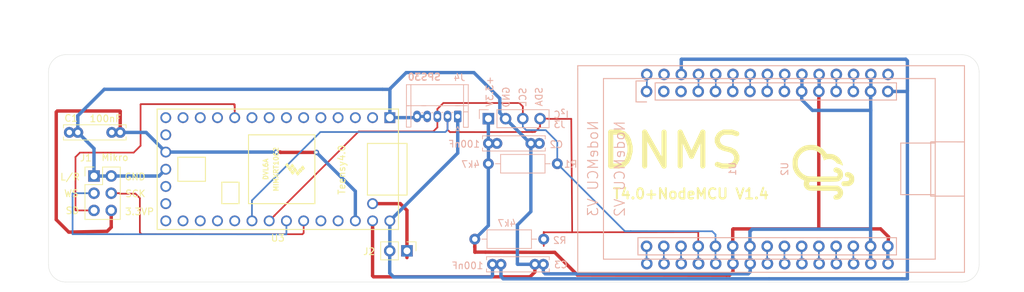
<source format=kicad_pcb>
(kicad_pcb (version 20171130) (host pcbnew "(5.1.5)-3")

  (general
    (thickness 1.6)
    (drawings 25)
    (tracks 265)
    (zones 0)
    (modules 17)
    (nets 55)
  )

  (page A4)
  (title_block
    (title "DNMS - Digital Noise Maesurement Sensor")
    (date 2019-06-09)
    (rev 0.9.0)
  )

  (layers
    (0 F.Cu signal)
    (31 B.Cu signal)
    (32 B.Adhes user)
    (33 F.Adhes user)
    (34 B.Paste user)
    (35 F.Paste user)
    (36 B.SilkS user)
    (37 F.SilkS user)
    (38 B.Mask user)
    (39 F.Mask user)
    (40 Dwgs.User user)
    (41 Cmts.User user)
    (42 Eco1.User user)
    (43 Eco2.User user)
    (44 Edge.Cuts user)
    (45 Margin user)
    (46 B.CrtYd user)
    (47 F.CrtYd user)
    (48 B.Fab user)
    (49 F.Fab user)
  )

  (setup
    (last_trace_width 0.25)
    (user_trace_width 0.5)
    (trace_clearance 0.2)
    (zone_clearance 0.508)
    (zone_45_only no)
    (trace_min 0.2)
    (via_size 0.8)
    (via_drill 0.4)
    (via_min_size 0.4)
    (via_min_drill 0.3)
    (uvia_size 0.3)
    (uvia_drill 0.1)
    (uvias_allowed no)
    (uvia_min_size 0.2)
    (uvia_min_drill 0.1)
    (edge_width 0.05)
    (segment_width 0.2)
    (pcb_text_width 0.3)
    (pcb_text_size 1.5 1.5)
    (mod_edge_width 0.12)
    (mod_text_size 1 1)
    (mod_text_width 0.15)
    (pad_size 1.7 1.7)
    (pad_drill 1)
    (pad_to_mask_clearance 0.051)
    (solder_mask_min_width 0.25)
    (aux_axis_origin 60.8584 94.1832)
    (visible_elements 7FFFFFFF)
    (pcbplotparams
      (layerselection 0x010fc_ffffffff)
      (usegerberextensions false)
      (usegerberattributes false)
      (usegerberadvancedattributes false)
      (creategerberjobfile false)
      (excludeedgelayer true)
      (linewidth 0.100000)
      (plotframeref false)
      (viasonmask false)
      (mode 1)
      (useauxorigin false)
      (hpglpennumber 1)
      (hpglpenspeed 20)
      (hpglpendiameter 15.000000)
      (psnegative false)
      (psa4output false)
      (plotreference true)
      (plotvalue true)
      (plotinvisibletext false)
      (padsonsilk false)
      (subtractmaskfromsilk false)
      (outputformat 1)
      (mirror false)
      (drillshape 0)
      (scaleselection 1)
      (outputdirectory "Gerber/"))
  )

  (net 0 "")
  (net 1 GND)
  (net 2 +3V3)
  (net 3 +5V)
  (net 4 SDA)
  (net 5 SCL)
  (net 6 SD)
  (net 7 WS)
  (net 8 SCK)
  (net 9 "Net-(U1-Pad5)")
  (net 10 "Net-(U1-Pad1)")
  (net 11 "Net-(U2-Pad2)")
  (net 12 "Net-(U2-Pad15)")
  (net 13 +3.3VP)
  (net 14 "Net-(J2-Pad1)")
  (net 15 "Net-(U1-Pad29)")
  (net 16 "Net-(U1-Pad28)")
  (net 17 "Net-(U1-Pad20)")
  (net 18 "Net-(U1-Pad21)")
  (net 19 "Net-(U1-Pad23)")
  (net 20 "Net-(U1-Pad22)")
  (net 21 "Net-(U1-Pad19)")
  (net 22 "Net-(U1-Pad18)")
  (net 23 "Net-(U1-Pad30)")
  (net 24 "Net-(U1-Pad13)")
  (net 25 "Net-(U1-Pad12)")
  (net 26 "Net-(U1-Pad9)")
  (net 27 "Net-(U1-Pad8)")
  (net 28 "Net-(U1-Pad7)")
  (net 29 "Net-(U1-Pad6)")
  (net 30 "Net-(U1-Pad4)")
  (net 31 "Net-(U1-Pad3)")
  (net 32 "Net-(U1-Pad2)")
  (net 33 "Net-(U3-Pad2)")
  (net 34 "Net-(U3-Pad3)")
  (net 35 "Net-(U3-Pad4)")
  (net 36 "Net-(U3-Pad5)")
  (net 37 "Net-(U3-Pad6)")
  (net 38 "Net-(U3-Pad7)")
  (net 39 "Net-(U3-Pad8)")
  (net 40 "Net-(U3-Pad9)")
  (net 41 "Net-(U3-Pad11)")
  (net 42 "Net-(U3-Pad12)")
  (net 43 "Net-(U3-Pad13)")
  (net 44 "Net-(U3-Pad30)")
  (net 45 "Net-(U3-Pad29)")
  (net 46 "Net-(U3-Pad24)")
  (net 47 "Net-(U3-Pad23)")
  (net 48 "Net-(U3-Pad22)")
  (net 49 "Net-(U3-Pad21)")
  (net 50 "Net-(U3-Pad14)")
  (net 51 "Net-(U3-Pad15)")
  (net 52 "Net-(U3-Pad20)")
  (net 53 "Net-(U3-Pad19)")
  (net 54 "Net-(U3-Pad18)")

  (net_class Default "Dies ist die voreingestellte Netzklasse."
    (clearance 0.2)
    (trace_width 0.25)
    (via_dia 0.8)
    (via_drill 0.4)
    (uvia_dia 0.3)
    (uvia_drill 0.1)
    (add_net +3.3VP)
    (add_net +3V3)
    (add_net +5V)
    (add_net GND)
    (add_net "Net-(J2-Pad1)")
    (add_net "Net-(U1-Pad1)")
    (add_net "Net-(U1-Pad12)")
    (add_net "Net-(U1-Pad13)")
    (add_net "Net-(U1-Pad18)")
    (add_net "Net-(U1-Pad19)")
    (add_net "Net-(U1-Pad2)")
    (add_net "Net-(U1-Pad20)")
    (add_net "Net-(U1-Pad21)")
    (add_net "Net-(U1-Pad22)")
    (add_net "Net-(U1-Pad23)")
    (add_net "Net-(U1-Pad28)")
    (add_net "Net-(U1-Pad29)")
    (add_net "Net-(U1-Pad3)")
    (add_net "Net-(U1-Pad30)")
    (add_net "Net-(U1-Pad4)")
    (add_net "Net-(U1-Pad5)")
    (add_net "Net-(U1-Pad6)")
    (add_net "Net-(U1-Pad7)")
    (add_net "Net-(U1-Pad8)")
    (add_net "Net-(U1-Pad9)")
    (add_net "Net-(U2-Pad15)")
    (add_net "Net-(U2-Pad2)")
    (add_net "Net-(U3-Pad11)")
    (add_net "Net-(U3-Pad12)")
    (add_net "Net-(U3-Pad13)")
    (add_net "Net-(U3-Pad14)")
    (add_net "Net-(U3-Pad15)")
    (add_net "Net-(U3-Pad18)")
    (add_net "Net-(U3-Pad19)")
    (add_net "Net-(U3-Pad2)")
    (add_net "Net-(U3-Pad20)")
    (add_net "Net-(U3-Pad21)")
    (add_net "Net-(U3-Pad22)")
    (add_net "Net-(U3-Pad23)")
    (add_net "Net-(U3-Pad24)")
    (add_net "Net-(U3-Pad29)")
    (add_net "Net-(U3-Pad3)")
    (add_net "Net-(U3-Pad30)")
    (add_net "Net-(U3-Pad4)")
    (add_net "Net-(U3-Pad5)")
    (add_net "Net-(U3-Pad6)")
    (add_net "Net-(U3-Pad7)")
    (add_net "Net-(U3-Pad8)")
    (add_net "Net-(U3-Pad9)")
    (add_net SCK)
    (add_net SCL)
    (add_net SD)
    (add_net SDA)
    (add_net WS)
  )

  (module ESP8266:NodeMCU_V3 (layer B.Cu) (tedit 5ECE4E10) (tstamp 5D6C51F6)
    (at 169.46372 73.75398 270)
    (descr "Through-hole-mounted NodeMCU V3")
    (path /5D6AFABD)
    (fp_text reference U2 (at 0 0 90) (layer B.SilkS)
      (effects (font (size 1 1) (thickness 0.15)) (justify mirror))
    )
    (fp_text value "NodeMCU V3" (at -0.08 28.25 90) (layer B.SilkS)
      (effects (font (size 1.5 1.5) (thickness 0.15)) (justify mirror))
    )
    (fp_line (start -4.01 -21.57) (end -4 -26.51) (layer B.SilkS) (width 0.15))
    (fp_line (start 4 -21.53) (end 4 -26.48) (layer B.SilkS) (width 0.15))
    (fp_line (start -4 -21.53) (end 4 -21.53) (layer B.SilkS) (width 0.15))
    (fp_line (start 15.25 -26.5) (end 15.25 30.5) (layer B.SilkS) (width 0.15))
    (fp_line (start -15.25 -26.5) (end 15.25 -26.5) (layer B.SilkS) (width 0.15))
    (fp_line (start -15.25 30.5) (end -15.25 -26.5) (layer B.SilkS) (width 0.15))
    (fp_line (start -14.75 30.5) (end -15.25 30.5) (layer B.SilkS) (width 0.15))
    (fp_line (start 15.25 30.5) (end -14.75 30.5) (layer B.SilkS) (width 0.15))
    (fp_text user D0 (at 11.43 20.32 90) (layer B.SilkS) hide
      (effects (font (size 1 1) (thickness 0.15)) (justify mirror))
    )
    (fp_text user D1 (at 11.43 17.78 90) (layer B.SilkS) hide
      (effects (font (size 1 1) (thickness 0.15)) (justify mirror))
    )
    (fp_text user D2 (at 11.43 15.24 90) (layer B.SilkS) hide
      (effects (font (size 1 1) (thickness 0.15)) (justify mirror))
    )
    (fp_text user D3 (at 11.43 12.7 90) (layer B.SilkS) hide
      (effects (font (size 1 1) (thickness 0.15)) (justify mirror))
    )
    (fp_text user D4 (at 11.43 10.16 90) (layer B.SilkS) hide
      (effects (font (size 1 1) (thickness 0.15)) (justify mirror))
    )
    (fp_text user 3V (at 11.43 7.62 90) (layer B.SilkS) hide
      (effects (font (size 1 1) (thickness 0.15)) (justify mirror))
    )
    (fp_text user G (at 11.43 5.08 90) (layer B.SilkS) hide
      (effects (font (size 1 1) (thickness 0.15)) (justify mirror))
    )
    (fp_text user D5 (at 11.43 2.54 90) (layer B.SilkS) hide
      (effects (font (size 1 1) (thickness 0.15)) (justify mirror))
    )
    (fp_text user D6 (at 11.43 0 90) (layer B.SilkS) hide
      (effects (font (size 1 1) (thickness 0.15)) (justify mirror))
    )
    (fp_text user D7 (at 11.43 -2.54 90) (layer B.SilkS) hide
      (effects (font (size 1 1) (thickness 0.15)) (justify mirror))
    )
    (fp_text user D8 (at 11.43 -5.08 90) (layer B.SilkS) hide
      (effects (font (size 1 1) (thickness 0.15)) (justify mirror))
    )
    (fp_text user RX (at 11.43 -7.62 90) (layer B.SilkS) hide
      (effects (font (size 1 1) (thickness 0.15)) (justify mirror))
    )
    (fp_text user TX (at 11.43 -10.16 90) (layer B.SilkS) hide
      (effects (font (size 1 1) (thickness 0.15)) (justify mirror))
    )
    (fp_text user G (at 11.43 -12.7 90) (layer B.SilkS) hide
      (effects (font (size 1 1) (thickness 0.15)) (justify mirror))
    )
    (fp_text user 3V (at 11.43 -15.24 90) (layer B.SilkS) hide
      (effects (font (size 1 1) (thickness 0.15)) (justify mirror))
    )
    (fp_text user A0 (at -11.43 20.32 90) (layer B.SilkS) hide
      (effects (font (size 1 1) (thickness 0.15)) (justify mirror))
    )
    (fp_text user G (at -11.43 17.78 90) (layer B.SilkS) hide
      (effects (font (size 1 1) (thickness 0.15)) (justify mirror))
    )
    (fp_text user VU (at -11.43 15.24 90) (layer B.SilkS) hide
      (effects (font (size 1 1) (thickness 0.15)) (justify mirror))
    )
    (fp_text user S3 (at -11.43 12.7 90) (layer B.SilkS) hide
      (effects (font (size 1 1) (thickness 0.15)) (justify mirror))
    )
    (fp_text user S2 (at -11.43 10.16 90) (layer B.SilkS) hide
      (effects (font (size 1 1) (thickness 0.15)) (justify mirror))
    )
    (fp_text user S1 (at -11.43 7.62 90) (layer B.SilkS) hide
      (effects (font (size 1 1) (thickness 0.15)) (justify mirror))
    )
    (fp_text user SC (at -11.43 5.08 90) (layer B.SilkS) hide
      (effects (font (size 1 1) (thickness 0.15)) (justify mirror))
    )
    (fp_text user SO (at -11.43 2.54 90) (layer B.SilkS) hide
      (effects (font (size 1 1) (thickness 0.15)) (justify mirror))
    )
    (fp_text user SK (at -11.43 0 90) (layer B.SilkS) hide
      (effects (font (size 1 1) (thickness 0.15)) (justify mirror))
    )
    (fp_text user G (at -11.43 -2.54 90) (layer B.SilkS) hide
      (effects (font (size 1 1) (thickness 0.15)) (justify mirror))
    )
    (fp_text user 3V (at -11.43 -5.08 90) (layer B.SilkS) hide
      (effects (font (size 1 1) (thickness 0.15)) (justify mirror))
    )
    (fp_text user EN (at -11.43 -7.62 90) (layer B.SilkS) hide
      (effects (font (size 1 1) (thickness 0.15)) (justify mirror))
    )
    (fp_text user RST (at -11.43 -10.16 90) (layer B.SilkS) hide
      (effects (font (size 1 1) (thickness 0.15)) (justify mirror))
    )
    (fp_text user G (at -11.43 -12.7 90) (layer B.SilkS) hide
      (effects (font (size 1 1) (thickness 0.15)) (justify mirror))
    )
    (fp_text user VIN (at -11.43 -15.24 90) (layer B.SilkS) hide
      (effects (font (size 1 1) (thickness 0.15)) (justify mirror))
    )
    (pad 30 thru_hole circle (at 13.97 20.32 270) (size 1.7 1.7) (drill 1) (layers *.Cu *.Mask)
      (net 23 "Net-(U1-Pad30)"))
    (pad 29 thru_hole circle (at 13.97 17.78 270) (size 1.7 1.7) (drill 1) (layers *.Cu *.Mask)
      (net 15 "Net-(U1-Pad29)"))
    (pad 28 thru_hole circle (at 13.97 15.24 270) (size 1.7 1.7) (drill 1) (layers *.Cu *.Mask)
      (net 16 "Net-(U1-Pad28)"))
    (pad 27 thru_hole circle (at 13.97 12.7 270) (size 1.74 1.74) (drill 1) (layers *.Cu *.Mask)
      (net 4 SDA))
    (pad 26 thru_hole circle (at 13.97 10.16 270) (size 1.7 1.7) (drill 1) (layers *.Cu *.Mask)
      (net 5 SCL))
    (pad 25 thru_hole circle (at 13.97 7.62 270) (size 1.7 1.7) (drill 1) (layers *.Cu *.Mask)
      (net 2 +3V3))
    (pad 24 thru_hole circle (at 13.97 5.08 270) (size 1.7 1.7) (drill 1) (layers *.Cu *.Mask)
      (net 1 GND))
    (pad 23 thru_hole circle (at 13.97 2.54 270) (size 1.7 1.7) (drill 1) (layers *.Cu *.Mask)
      (net 19 "Net-(U1-Pad23)"))
    (pad 22 thru_hole circle (at 13.97 0 270) (size 1.7 1.7) (drill 1) (layers *.Cu *.Mask)
      (net 20 "Net-(U1-Pad22)"))
    (pad 21 thru_hole circle (at 13.97 -2.54 270) (size 1.7 1.7) (drill 1) (layers *.Cu *.Mask)
      (net 18 "Net-(U1-Pad21)"))
    (pad 20 thru_hole circle (at 13.97 -5.08 270) (size 1.7 1.7) (drill 1) (layers *.Cu *.Mask)
      (net 17 "Net-(U1-Pad20)"))
    (pad 19 thru_hole circle (at 13.97 -7.62 270) (size 1.7 1.7) (drill 1) (layers *.Cu *.Mask)
      (net 21 "Net-(U1-Pad19)"))
    (pad 18 thru_hole circle (at 13.97 -10.16 270) (size 1.7 1.7) (drill 1) (layers *.Cu *.Mask)
      (net 22 "Net-(U1-Pad18)"))
    (pad 17 thru_hole circle (at 13.97 -12.7 270) (size 1.7 1.7) (drill 1) (layers *.Cu *.Mask)
      (net 1 GND))
    (pad 16 thru_hole circle (at 13.97 -15.24 270) (size 1.7 1.7) (drill 1) (layers *.Cu *.Mask)
      (net 2 +3V3))
    (pad 15 thru_hole circle (at -13.97 -15.24 270) (size 1.7 1.7) (drill 1) (layers *.Cu *.Mask)
      (net 12 "Net-(U2-Pad15)"))
    (pad 14 thru_hole circle (at -13.97 -12.7 270) (size 1.7 1.7) (drill 1) (layers *.Cu *.Mask)
      (net 1 GND))
    (pad 13 thru_hole circle (at -13.97 -10.16 270) (size 1.7 1.7) (drill 1) (layers *.Cu *.Mask)
      (net 24 "Net-(U1-Pad13)"))
    (pad 12 thru_hole circle (at -13.97 -7.62 270) (size 1.7 1.7) (drill 1) (layers *.Cu *.Mask)
      (net 25 "Net-(U1-Pad12)"))
    (pad 11 thru_hole circle (at -13.97 -5.08 270) (size 1.7 1.7) (drill 1) (layers *.Cu *.Mask)
      (net 2 +3V3))
    (pad 10 thru_hole circle (at -13.97 -2.54 270) (size 1.7 1.7) (drill 1) (layers *.Cu *.Mask)
      (net 1 GND))
    (pad 9 thru_hole circle (at -13.97 0 270) (size 1.7 1.7) (drill 1) (layers *.Cu *.Mask)
      (net 26 "Net-(U1-Pad9)"))
    (pad 8 thru_hole circle (at -13.97 2.54 270) (size 1.7 1.7) (drill 1) (layers *.Cu *.Mask)
      (net 27 "Net-(U1-Pad8)"))
    (pad 7 thru_hole circle (at -13.97 5.08 270) (size 1.7 1.7) (drill 1) (layers *.Cu *.Mask)
      (net 28 "Net-(U1-Pad7)"))
    (pad 6 thru_hole circle (at -13.97 7.62 270) (size 1.7 1.7) (drill 1) (layers *.Cu *.Mask)
      (net 29 "Net-(U1-Pad6)"))
    (pad 5 thru_hole circle (at -13.97 10.16 270) (size 1.7 1.7) (drill 1) (layers *.Cu *.Mask)
      (net 9 "Net-(U1-Pad5)"))
    (pad 4 thru_hole circle (at -13.97 12.7 270) (size 1.7 1.7) (drill 1) (layers *.Cu *.Mask)
      (net 30 "Net-(U1-Pad4)"))
    (pad 3 thru_hole circle (at -13.97 15.24 270) (size 1.7 1.7) (drill 1) (layers *.Cu *.Mask)
      (net 3 +5V))
    (pad 2 thru_hole circle (at -13.97 17.78 270) (size 1.7 1.7) (drill 1) (layers *.Cu *.Mask)
      (net 11 "Net-(U2-Pad2)"))
    (pad 1 thru_hole circle (at -13.97 20.32 270) (size 1.7 1.7) (drill 1) (layers *.Cu *.Mask)
      (net 10 "Net-(U1-Pad1)"))
  )

  (module nodemcu:NodeMCU_V2 (layer B.Cu) (tedit 5ECE4D23) (tstamp 5D6C51B1)
    (at 149.10816 62.30366 270)
    (descr "Through-hole-mounted NodeMCU V2")
    (tags nodemcu)
    (path /5D6AD866)
    (fp_text reference U1 (at 11.43 -12.68 90) (layer B.SilkS)
      (effects (font (size 1 1) (thickness 0.15)) (justify mirror))
    )
    (fp_text value "NodeMCU V2" (at 11.43 3.96 90) (layer B.SilkS)
      (effects (font (size 1.5 1.5) (thickness 0.15)) (justify mirror))
    )
    (fp_line (start 24.13 -36.83) (end 24.13 1.27) (layer B.SilkS) (width 0.15))
    (fp_line (start 24.13 1.27) (end 21.59 1.27) (layer B.SilkS) (width 0.15))
    (fp_line (start 21.59 1.27) (end 21.59 -36.83) (layer B.SilkS) (width 0.15))
    (fp_line (start 21.59 -36.83) (end 24.13 -36.83) (layer B.SilkS) (width 0.15))
    (fp_line (start -1.55 1.55) (end 1.55 1.55) (layer B.SilkS) (width 0.15))
    (fp_line (start -1.55 0) (end -1.55 1.55) (layer B.SilkS) (width 0.15))
    (fp_line (start 1.27 -1.27) (end -1.27 -1.27) (layer B.SilkS) (width 0.15))
    (fp_line (start 1.55 1.55) (end 1.55 0) (layer B.SilkS) (width 0.15))
    (fp_line (start 1.27 -36.83) (end 1.27 -1.27) (layer B.SilkS) (width 0.15))
    (fp_line (start -1.27 -36.83) (end 1.27 -36.83) (layer B.SilkS) (width 0.15))
    (fp_line (start -1.27 -1.27) (end -1.27 -36.83) (layer B.SilkS) (width 0.15))
    (fp_line (start -1.905 6.35) (end 24.765 6.35) (layer B.SilkS) (width 0.15))
    (fp_line (start 24.765 6.35) (end 24.765 -42.545) (layer B.SilkS) (width 0.15))
    (fp_line (start 24.765 -42.545) (end -1.905 -42.545) (layer B.SilkS) (width 0.15))
    (fp_line (start -1.905 -42.545) (end -1.905 6.35) (layer B.SilkS) (width 0.15))
    (fp_line (start 7.62 -42.545) (end 7.62 -37.465) (layer B.SilkS) (width 0.15))
    (fp_line (start 7.62 -37.465) (end 15.24 -37.465) (layer B.SilkS) (width 0.15))
    (fp_line (start 15.24 -37.465) (end 15.24 -42.545) (layer B.SilkS) (width 0.15))
    (pad 29 thru_hole circle (at 22.86 -2.54 270) (size 1.7 1.7) (drill 1) (layers *.Cu *.Mask)
      (net 15 "Net-(U1-Pad29)"))
    (pad 27 thru_hole circle (at 22.86 -7.62 270) (size 1.7 1.7) (drill 1) (layers *.Cu *.Mask)
      (net 4 SDA))
    (pad 28 thru_hole circle (at 22.86 -5.08 270) (size 1.7 1.7) (drill 1) (layers *.Cu *.Mask)
      (net 16 "Net-(U1-Pad28)"))
    (pad 20 thru_hole circle (at 22.86 -25.4 270) (size 1.7 1.7) (drill 1) (layers *.Cu *.Mask)
      (net 17 "Net-(U1-Pad20)"))
    (pad 21 thru_hole circle (at 22.86 -22.86 270) (size 1.7 1.7) (drill 1) (layers *.Cu *.Mask)
      (net 18 "Net-(U1-Pad21)"))
    (pad 23 thru_hole circle (at 22.86 -17.78 270) (size 1.7 1.7) (drill 1) (layers *.Cu *.Mask)
      (net 19 "Net-(U1-Pad23)"))
    (pad 22 thru_hole circle (at 22.86 -20.32 270) (size 1.7 1.7) (drill 1) (layers *.Cu *.Mask)
      (net 20 "Net-(U1-Pad22)"))
    (pad 16 thru_hole circle (at 22.86 -35.56 270) (size 1.7 1.7) (drill 1) (layers *.Cu *.Mask)
      (net 2 +3V3))
    (pad 24 thru_hole circle (at 22.86 -15.24 270) (size 1.7 1.7) (drill 1) (layers *.Cu *.Mask)
      (net 1 GND))
    (pad 26 thru_hole circle (at 22.86 -10.16 270) (size 1.7 1.7) (drill 1) (layers *.Cu *.Mask)
      (net 5 SCL))
    (pad 25 thru_hole circle (at 22.86 -12.7 270) (size 1.7 1.7) (drill 1) (layers *.Cu *.Mask)
      (net 2 +3V3))
    (pad 19 thru_hole circle (at 22.86 -27.94 270) (size 1.7 1.7) (drill 1) (layers *.Cu *.Mask)
      (net 21 "Net-(U1-Pad19)"))
    (pad 17 thru_hole circle (at 22.86 -33.02 270) (size 1.7 1.7) (drill 1) (layers *.Cu *.Mask)
      (net 1 GND))
    (pad 18 thru_hole circle (at 22.86 -30.48 270) (size 1.7 1.7) (drill 1) (layers *.Cu *.Mask)
      (net 22 "Net-(U1-Pad18)"))
    (pad 30 thru_hole circle (at 22.86 0 270) (size 1.7 1.7) (drill 1) (layers *.Cu *.Mask)
      (net 23 "Net-(U1-Pad30)"))
    (pad 15 thru_hole circle (at 0 -35.56 270) (size 1.7 1.7) (drill 1) (layers *.Cu *.Mask)
      (net 3 +5V))
    (pad 14 thru_hole circle (at 0 -33.02 270) (size 1.7 1.7) (drill 1) (layers *.Cu *.Mask)
      (net 1 GND))
    (pad 13 thru_hole circle (at 0 -30.48 270) (size 1.7 1.7) (drill 1) (layers *.Cu *.Mask)
      (net 24 "Net-(U1-Pad13)"))
    (pad 12 thru_hole circle (at 0 -27.94 270) (size 1.7 1.7) (drill 1) (layers *.Cu *.Mask)
      (net 25 "Net-(U1-Pad12)"))
    (pad 11 thru_hole circle (at 0 -25.4 270) (size 1.7 1.7) (drill 1) (layers *.Cu *.Mask)
      (net 2 +3V3))
    (pad 10 thru_hole circle (at 0 -22.86 270) (size 1.7 1.7) (drill 1) (layers *.Cu *.Mask)
      (net 1 GND))
    (pad 9 thru_hole circle (at 0 -20.32 270) (size 1.7 1.7) (drill 1) (layers *.Cu *.Mask)
      (net 26 "Net-(U1-Pad9)"))
    (pad 8 thru_hole circle (at 0 -17.78 270) (size 1.7 1.7) (drill 1) (layers *.Cu *.Mask)
      (net 27 "Net-(U1-Pad8)"))
    (pad 7 thru_hole circle (at 0 -15.24 270) (size 1.7 1.7) (drill 1) (layers *.Cu *.Mask)
      (net 28 "Net-(U1-Pad7)"))
    (pad 6 thru_hole circle (at 0 -12.7 270) (size 1.7 1.7) (drill 1) (layers *.Cu *.Mask)
      (net 29 "Net-(U1-Pad6)"))
    (pad 5 thru_hole circle (at 0 -10.16 270) (size 1.7 1.7) (drill 1) (layers *.Cu *.Mask)
      (net 9 "Net-(U1-Pad5)"))
    (pad 4 thru_hole circle (at 0 -7.62 270) (size 1.7 1.7) (drill 1) (layers *.Cu *.Mask)
      (net 30 "Net-(U1-Pad4)"))
    (pad 3 thru_hole circle (at 0 -5.08 270) (size 1.7 1.7) (drill 1) (layers *.Cu *.Mask)
      (net 31 "Net-(U1-Pad3)"))
    (pad 2 thru_hole circle (at 0 -2.54 270) (size 1.7 1.7) (drill 1) (layers *.Cu *.Mask)
      (net 32 "Net-(U1-Pad2)"))
    (pad 1 thru_hole circle (at 0 0 270) (size 1.7 1.7) (drill 1) (layers *.Cu *.Mask)
      (net 10 "Net-(U1-Pad1)"))
  )

  (module Connector_PinHeader_2.54mm:PinHeader_2x03_P2.54mm_Vertical (layer F.Cu) (tedit 59FED5CC) (tstamp 5ECD8D61)
    (at 67.6656 74.7903)
    (descr "Through hole straight pin header, 2x03, 2.54mm pitch, double rows")
    (tags "Through hole pin header THT 2x03 2.54mm double row")
    (path /5ECD9C89)
    (fp_text reference J1 (at -1.19888 -2.67462) (layer F.SilkS)
      (effects (font (size 1 1) (thickness 0.15)))
    )
    (fp_text value Conn_02x03_Odd_Even (at 1.27 7.41) (layer F.Fab)
      (effects (font (size 1 1) (thickness 0.15)))
    )
    (fp_text user %R (at 1.27 2.54 90) (layer F.Fab)
      (effects (font (size 1 1) (thickness 0.15)))
    )
    (fp_line (start 4.35 -1.8) (end -1.8 -1.8) (layer F.CrtYd) (width 0.05))
    (fp_line (start 4.35 6.85) (end 4.35 -1.8) (layer F.CrtYd) (width 0.05))
    (fp_line (start -1.8 6.85) (end 4.35 6.85) (layer F.CrtYd) (width 0.05))
    (fp_line (start -1.8 -1.8) (end -1.8 6.85) (layer F.CrtYd) (width 0.05))
    (fp_line (start -1.33 -1.33) (end 0 -1.33) (layer F.SilkS) (width 0.12))
    (fp_line (start -1.33 0) (end -1.33 -1.33) (layer F.SilkS) (width 0.12))
    (fp_line (start 1.27 -1.33) (end 3.87 -1.33) (layer F.SilkS) (width 0.12))
    (fp_line (start 1.27 1.27) (end 1.27 -1.33) (layer F.SilkS) (width 0.12))
    (fp_line (start -1.33 1.27) (end 1.27 1.27) (layer F.SilkS) (width 0.12))
    (fp_line (start 3.87 -1.33) (end 3.87 6.41) (layer F.SilkS) (width 0.12))
    (fp_line (start -1.33 1.27) (end -1.33 6.41) (layer F.SilkS) (width 0.12))
    (fp_line (start -1.33 6.41) (end 3.87 6.41) (layer F.SilkS) (width 0.12))
    (fp_line (start -1.27 0) (end 0 -1.27) (layer F.Fab) (width 0.1))
    (fp_line (start -1.27 6.35) (end -1.27 0) (layer F.Fab) (width 0.1))
    (fp_line (start 3.81 6.35) (end -1.27 6.35) (layer F.Fab) (width 0.1))
    (fp_line (start 3.81 -1.27) (end 3.81 6.35) (layer F.Fab) (width 0.1))
    (fp_line (start 0 -1.27) (end 3.81 -1.27) (layer F.Fab) (width 0.1))
    (pad 6 thru_hole oval (at 2.54 5.08) (size 1.7 1.7) (drill 1) (layers *.Cu *.Mask)
      (net 13 +3.3VP))
    (pad 5 thru_hole oval (at 0 5.08) (size 1.7 1.7) (drill 1) (layers *.Cu *.Mask)
      (net 6 SD))
    (pad 4 thru_hole oval (at 2.54 2.54) (size 1.7 1.7) (drill 1) (layers *.Cu *.Mask)
      (net 8 SCK))
    (pad 3 thru_hole oval (at 0 2.54) (size 1.7 1.7) (drill 1) (layers *.Cu *.Mask)
      (net 7 WS))
    (pad 2 thru_hole oval (at 2.54 0) (size 1.7 1.7) (drill 1) (layers *.Cu *.Mask)
      (net 1 GND))
    (pad 1 thru_hole rect (at 0 0) (size 1.7 1.7) (drill 1) (layers *.Cu *.Mask)
      (net 1 GND))
    (model ${KISYS3DMOD}/Connector_PinHeader_2.54mm.3dshapes/PinHeader_2x03_P2.54mm_Vertical.wrl
      (at (xyz 0 0 0))
      (scale (xyz 1 1 1))
      (rotate (xyz 0 0 0))
    )
  )

  (module C_THT_100nF:C_THT_100nF_L9.0mm_W2.0mm_P5.00mm_P7.50mm (layer B.Cu) (tedit 5EC0017E) (tstamp 5D6C5097)
    (at 126.39802 87.8238)
    (descr "C, Rect series, Radial, pin pitch=7.50mm, , length*width=9*2.0mm^2, Capacitor, https://en.tdk.eu/inf/20/20/db/fc_2009/MKT_B32560_564.pdf")
    (tags "C Rect series Radial pin pitch 5.00mm 7.50mm  length 9mm width 2.0mm Capacitor")
    (path /5CFC928F)
    (fp_text reference C3 (at 10.07364 0.07544) (layer B.SilkS)
      (effects (font (size 1 1) (thickness 0.15)) (justify mirror))
    )
    (fp_text value 100nF (at -3.67792 0.19812) (layer B.SilkS)
      (effects (font (size 1 1) (thickness 0.15)) (justify mirror))
    )
    (fp_line (start -0.75 1) (end -0.75 -1) (layer B.Fab) (width 0.1))
    (fp_line (start -0.75 -1) (end 8.25 -1) (layer B.Fab) (width 0.1))
    (fp_line (start 8.25 -1) (end 8.25 1) (layer B.Fab) (width 0.1))
    (fp_line (start 8.25 1) (end -0.75 1) (layer B.Fab) (width 0.1))
    (fp_line (start -0.87 1.12) (end 8.37 1.12) (layer B.SilkS) (width 0.12))
    (fp_line (start -0.87 -1.12) (end 8.37 -1.12) (layer B.SilkS) (width 0.12))
    (fp_line (start -0.87 1.12) (end -0.87 0.665) (layer B.SilkS) (width 0.12))
    (fp_line (start -0.87 -0.665) (end -0.87 -1.12) (layer B.SilkS) (width 0.12))
    (fp_line (start 8.37 1.12) (end 8.37 0.665) (layer B.SilkS) (width 0.12))
    (fp_line (start 8.37 -0.665) (end 8.37 -1.12) (layer B.SilkS) (width 0.12))
    (fp_line (start -1.05 1.25) (end -1.05 -1.25) (layer B.CrtYd) (width 0.05))
    (fp_line (start -1.05 -1.25) (end 8.55 -1.25) (layer B.CrtYd) (width 0.05))
    (fp_line (start 8.55 -1.25) (end 8.55 1.25) (layer B.CrtYd) (width 0.05))
    (fp_line (start 8.55 1.25) (end -1.05 1.25) (layer B.CrtYd) (width 0.05))
    (fp_text user %R (at 3.75 0) (layer B.Fab)
      (effects (font (size 1 1) (thickness 0.15)) (justify mirror))
    )
    (pad 2 thru_hole circle (at 6.25 0) (size 1.6 1.6) (drill 0.8) (layers *.Cu *.Mask)
      (net 1 GND))
    (pad 1 thru_hole circle (at 1.25 0) (size 1.6 1.6) (drill 0.8) (layers *.Cu *.Mask)
      (net 3 +5V))
    (pad 1 thru_hole circle (at 0 0) (size 1.6 1.6) (drill 0.8) (layers *.Cu *.Mask)
      (net 3 +5V))
    (pad 2 thru_hole circle (at 7.5 0) (size 1.6 1.6) (drill 0.8) (layers *.Cu *.Mask)
      (net 1 GND))
    (model ${KISYS3DMOD}/Capacitor_THT.3dshapes/C_Rect_L9.0mm_W2.5mm_P7.50mm_MKT.wrl
      (at (xyz 0 0 0))
      (scale (xyz 1 1 1))
      (rotate (xyz 0 0 0))
    )
  )

  (module C_THT_100nF:C_THT_100nF_L9.0mm_W2.0mm_P5.00mm_P7.50mm (layer B.Cu) (tedit 5EC0017E) (tstamp 5D6C5080)
    (at 125.80544 69.97638)
    (descr "C, Rect series, Radial, pin pitch=7.50mm, , length*width=9*2.0mm^2, Capacitor, https://en.tdk.eu/inf/20/20/db/fc_2009/MKT_B32560_564.pdf")
    (tags "C Rect series Radial pin pitch 5.00mm 7.50mm  length 9mm width 2.0mm Capacitor")
    (path /5D6C86C9)
    (fp_text reference C2 (at 10.00582 0.16318) (layer B.SilkS)
      (effects (font (size 1 1) (thickness 0.15)) (justify mirror))
    )
    (fp_text value 100nF (at -3.58572 0.09714) (layer B.SilkS)
      (effects (font (size 1 1) (thickness 0.15)) (justify mirror))
    )
    (fp_line (start -0.75 1) (end -0.75 -1) (layer B.Fab) (width 0.1))
    (fp_line (start -0.75 -1) (end 8.25 -1) (layer B.Fab) (width 0.1))
    (fp_line (start 8.25 -1) (end 8.25 1) (layer B.Fab) (width 0.1))
    (fp_line (start 8.25 1) (end -0.75 1) (layer B.Fab) (width 0.1))
    (fp_line (start -0.87 1.12) (end 8.37 1.12) (layer B.SilkS) (width 0.12))
    (fp_line (start -0.87 -1.12) (end 8.37 -1.12) (layer B.SilkS) (width 0.12))
    (fp_line (start -0.87 1.12) (end -0.87 0.665) (layer B.SilkS) (width 0.12))
    (fp_line (start -0.87 -0.665) (end -0.87 -1.12) (layer B.SilkS) (width 0.12))
    (fp_line (start 8.37 1.12) (end 8.37 0.665) (layer B.SilkS) (width 0.12))
    (fp_line (start 8.37 -0.665) (end 8.37 -1.12) (layer B.SilkS) (width 0.12))
    (fp_line (start -1.05 1.25) (end -1.05 -1.25) (layer B.CrtYd) (width 0.05))
    (fp_line (start -1.05 -1.25) (end 8.55 -1.25) (layer B.CrtYd) (width 0.05))
    (fp_line (start 8.55 -1.25) (end 8.55 1.25) (layer B.CrtYd) (width 0.05))
    (fp_line (start 8.55 1.25) (end -1.05 1.25) (layer B.CrtYd) (width 0.05))
    (fp_text user %R (at 3.75 0) (layer B.Fab)
      (effects (font (size 1 1) (thickness 0.15)) (justify mirror))
    )
    (pad 2 thru_hole circle (at 6.25 0) (size 1.6 1.6) (drill 0.8) (layers *.Cu *.Mask)
      (net 1 GND))
    (pad 1 thru_hole circle (at 1.25 0) (size 1.6 1.6) (drill 0.8) (layers *.Cu *.Mask)
      (net 2 +3V3))
    (pad 1 thru_hole circle (at 0 0) (size 1.6 1.6) (drill 0.8) (layers *.Cu *.Mask)
      (net 2 +3V3))
    (pad 2 thru_hole circle (at 7.5 0) (size 1.6 1.6) (drill 0.8) (layers *.Cu *.Mask)
      (net 1 GND))
    (model ${KISYS3DMOD}/Capacitor_THT.3dshapes/C_Rect_L9.0mm_W2.5mm_P7.50mm_MKT.wrl
      (at (xyz 0 0 0))
      (scale (xyz 1 1 1))
      (rotate (xyz 0 0 0))
    )
  )

  (module C_THT_100nF:C_THT_100nF_L9.0mm_W2.0mm_P5.00mm_P7.50mm (layer F.Cu) (tedit 5EC0017E) (tstamp 5D6C5069)
    (at 71.53148 68.3514 180)
    (descr "C, Rect series, Radial, pin pitch=7.50mm, , length*width=9*2.0mm^2, Capacitor, https://en.tdk.eu/inf/20/20/db/fc_2009/MKT_B32560_564.pdf")
    (tags "C Rect series Radial pin pitch 5.00mm 7.50mm  length 9mm width 2.0mm Capacitor")
    (path /5D6D4B7C)
    (fp_text reference C1 (at 7.24154 2.0955) (layer F.SilkS)
      (effects (font (size 1 1) (thickness 0.15)))
    )
    (fp_text value 100nF (at 2.19456 2.02946) (layer F.SilkS)
      (effects (font (size 1 1) (thickness 0.15)))
    )
    (fp_line (start -0.75 -1) (end -0.75 1) (layer F.Fab) (width 0.1))
    (fp_line (start -0.75 1) (end 8.25 1) (layer F.Fab) (width 0.1))
    (fp_line (start 8.25 1) (end 8.25 -1) (layer F.Fab) (width 0.1))
    (fp_line (start 8.25 -1) (end -0.75 -1) (layer F.Fab) (width 0.1))
    (fp_line (start -0.87 -1.12) (end 8.37 -1.12) (layer F.SilkS) (width 0.12))
    (fp_line (start -0.87 1.12) (end 8.37 1.12) (layer F.SilkS) (width 0.12))
    (fp_line (start -0.87 -1.12) (end -0.87 -0.665) (layer F.SilkS) (width 0.12))
    (fp_line (start -0.87 0.665) (end -0.87 1.12) (layer F.SilkS) (width 0.12))
    (fp_line (start 8.37 -1.12) (end 8.37 -0.665) (layer F.SilkS) (width 0.12))
    (fp_line (start 8.37 0.665) (end 8.37 1.12) (layer F.SilkS) (width 0.12))
    (fp_line (start -1.05 -1.25) (end -1.05 1.25) (layer F.CrtYd) (width 0.05))
    (fp_line (start -1.05 1.25) (end 8.55 1.25) (layer F.CrtYd) (width 0.05))
    (fp_line (start 8.55 1.25) (end 8.55 -1.25) (layer F.CrtYd) (width 0.05))
    (fp_line (start 8.55 -1.25) (end -1.05 -1.25) (layer F.CrtYd) (width 0.05))
    (fp_text user %R (at 3.75 0) (layer F.Fab)
      (effects (font (size 1 1) (thickness 0.15)))
    )
    (pad 2 thru_hole circle (at 6.25 0 180) (size 1.6 1.6) (drill 0.8) (layers *.Cu *.Mask)
      (net 1 GND))
    (pad 1 thru_hole circle (at 1.25 0 180) (size 1.6 1.6) (drill 0.8) (layers *.Cu *.Mask)
      (net 13 +3.3VP))
    (pad 1 thru_hole circle (at 0 0 180) (size 1.6 1.6) (drill 0.8) (layers *.Cu *.Mask)
      (net 13 +3.3VP))
    (pad 2 thru_hole circle (at 7.5 0 180) (size 1.6 1.6) (drill 0.8) (layers *.Cu *.Mask)
      (net 1 GND))
    (model ${KISYS3DMOD}/Capacitor_THT.3dshapes/C_Rect_L9.0mm_W2.5mm_P7.50mm_MKT.wrl
      (at (xyz 0 0 0))
      (scale (xyz 1 1 1))
      (rotate (xyz 0 0 0))
    )
  )

  (module MountingHole:MountingHole_2.7mm_M2.5 (layer F.Cu) (tedit 56D1B4CB) (tstamp 5D6D4CC6)
    (at 137.008 59.928)
    (descr "Mounting Hole 2.7mm, no annular, M2.5")
    (tags "mounting hole 2.7mm no annular m2.5")
    (attr virtual)
    (fp_text reference REF1 (at 0 -3.7) (layer F.Fab) hide
      (effects (font (size 1 1) (thickness 0.15)))
    )
    (fp_text value MountingHole_2.7mm_M2.5 (at 0 3.7) (layer F.Fab)
      (effects (font (size 1 1) (thickness 0.15)))
    )
    (fp_text user %R (at 0.4826 0) (layer F.Fab)
      (effects (font (size 1 1) (thickness 0.15)))
    )
    (fp_circle (center 0 0) (end 2.7 0) (layer Cmts.User) (width 0.15))
    (fp_circle (center 0 0) (end 2.95 0) (layer F.CrtYd) (width 0.05))
    (pad 1 np_thru_hole circle (at 0 0) (size 2.7 2.7) (drill 2.7) (layers *.Cu *.Mask))
  )

  (module MountingHole:MountingHole_2.7mm_M2.5 (layer F.Cu) (tedit 56D1B4CB) (tstamp 5D6D4CC6)
    (at 119 86)
    (descr "Mounting Hole 2.7mm, no annular, M2.5")
    (tags "mounting hole 2.7mm no annular m2.5")
    (attr virtual)
    (fp_text reference REF1 (at 0 -3.7) (layer F.Fab) hide
      (effects (font (size 1 1) (thickness 0.15)))
    )
    (fp_text value MountingHole_2.7mm_M2.5 (at 0 3.7) (layer F.Fab)
      (effects (font (size 1 1) (thickness 0.15)))
    )
    (fp_text user %R (at 0.4826 0) (layer F.Fab)
      (effects (font (size 1 1) (thickness 0.15)))
    )
    (fp_circle (center 0 0) (end 2.7 0) (layer Cmts.User) (width 0.15))
    (fp_circle (center 0 0) (end 2.95 0) (layer F.CrtYd) (width 0.05))
    (pad 1 np_thru_hole circle (at 0 0) (size 2.7 2.7) (drill 2.7) (layers *.Cu *.Mask))
  )

  (module MountingHole:MountingHole_2.7mm_M2.5 (layer F.Cu) (tedit 56D1B4CB) (tstamp 5D6D4CC6)
    (at 64.008 87.392)
    (descr "Mounting Hole 2.7mm, no annular, M2.5")
    (tags "mounting hole 2.7mm no annular m2.5")
    (attr virtual)
    (fp_text reference REF1 (at 0 -3.7) (layer F.Fab) hide
      (effects (font (size 1 1) (thickness 0.15)))
    )
    (fp_text value MountingHole_2.7mm_M2.5 (at 0 3.7) (layer F.Fab)
      (effects (font (size 1 1) (thickness 0.15)))
    )
    (fp_text user %R (at 0.4826 0) (layer F.Fab)
      (effects (font (size 1 1) (thickness 0.15)))
    )
    (fp_circle (center 0 0) (end 2.7 0) (layer Cmts.User) (width 0.15))
    (fp_circle (center 0 0) (end 2.95 0) (layer F.CrtYd) (width 0.05))
    (pad 1 np_thru_hole circle (at 0 0) (size 2.7 2.7) (drill 2.7) (layers *.Cu *.Mask))
  )

  (module MountingHole:MountingHole_2.7mm_M2.5 (layer F.Cu) (tedit 56D1B4CB) (tstamp 5D6D4CC6)
    (at 64.008 59.928)
    (descr "Mounting Hole 2.7mm, no annular, M2.5")
    (tags "mounting hole 2.7mm no annular m2.5")
    (attr virtual)
    (fp_text reference REF1 (at 0 -3.7) (layer F.Fab) hide
      (effects (font (size 1 1) (thickness 0.15)))
    )
    (fp_text value MountingHole_2.7mm_M2.5 (at 0 3.7) (layer F.Fab)
      (effects (font (size 1 1) (thickness 0.15)))
    )
    (fp_text user %R (at 0.4826 0) (layer F.Fab)
      (effects (font (size 1 1) (thickness 0.15)))
    )
    (fp_circle (center 0 0) (end 2.7 0) (layer Cmts.User) (width 0.15))
    (fp_circle (center 0 0) (end 2.95 0) (layer F.CrtYd) (width 0.05))
    (pad 1 np_thru_hole circle (at 0 0) (size 2.7 2.7) (drill 2.7) (layers *.Cu *.Mask))
  )

  (module "logos eigene:logo luftdaten.info" (layer F.Cu) (tedit 0) (tstamp 5D6D33C6)
    (at 175.17364 74.26706)
    (fp_text reference G*** (at 0 0) (layer F.SilkS) hide
      (effects (font (size 1.524 1.524) (thickness 0.3)))
    )
    (fp_text value LOGO (at 0.75 0) (layer F.SilkS) hide
      (effects (font (size 1.524 1.524) (thickness 0.3)))
    )
    (fp_poly (pts (xy -1.565841 -4.056015) (xy -1.317239 -4.033177) (xy -1.102881 -3.99716) (xy -0.934086 -3.949639)
      (xy -0.867104 -3.920432) (xy -0.797179 -3.887719) (xy -0.752941 -3.873703) (xy -0.752584 -3.873696)
      (xy -0.715556 -3.858675) (xy -0.637565 -3.818604) (xy -0.532343 -3.760689) (xy -0.475401 -3.72821)
      (xy -0.253398 -3.580766) (xy -0.030355 -3.398154) (xy 0.175131 -3.197431) (xy 0.34446 -2.995651)
      (xy 0.383087 -2.940949) (xy 0.519954 -2.737653) (xy 0.823539 -2.739073) (xy 1.014446 -2.733309)
      (xy 1.20223 -2.715883) (xy 1.370061 -2.689217) (xy 1.501108 -2.655731) (xy 1.553857 -2.634019)
      (xy 1.610256 -2.606371) (xy 1.69982 -2.56433) (xy 1.757984 -2.537605) (xy 1.837339 -2.494252)
      (xy 1.940192 -2.42819) (xy 2.054325 -2.348565) (xy 2.167518 -2.264525) (xy 2.267553 -2.185219)
      (xy 2.342211 -2.119793) (xy 2.379273 -2.077397) (xy 2.38125 -2.070981) (xy 2.40089 -2.033861)
      (xy 2.448955 -1.974336) (xy 2.45675 -1.965803) (xy 2.521468 -1.880933) (xy 2.597253 -1.759371)
      (xy 2.674097 -1.62) (xy 2.741994 -1.481701) (xy 2.790935 -1.363357) (xy 2.808698 -1.30175)
      (xy 2.833377 -1.203367) (xy 2.86406 -1.120519) (xy 2.864688 -1.119236) (xy 2.886783 -1.054635)
      (xy 2.867193 -1.030406) (xy 2.802934 -1.046014) (xy 2.708902 -1.091298) (xy 2.53708 -1.178586)
      (xy 2.398713 -1.237767) (xy 2.274544 -1.27614) (xy 2.162556 -1.29836) (xy 2.041375 -1.327808)
      (xy 1.966039 -1.374101) (xy 1.94397 -1.400486) (xy 1.810212 -1.570327) (xy 1.660971 -1.709484)
      (xy 1.480606 -1.83019) (xy 1.253473 -1.944683) (xy 1.241223 -1.950189) (xy 1.17739 -1.964837)
      (xy 1.068048 -1.976347) (xy 0.931167 -1.983173) (xy 0.844348 -1.984375) (xy 0.670975 -1.980877)
      (xy 0.537741 -1.96662) (xy 0.421488 -1.935964) (xy 0.29906 -1.883267) (xy 0.185601 -1.823898)
      (xy 0.114318 -1.787958) (xy 0.079266 -1.790568) (xy 0.061894 -1.8412) (xy 0.053405 -1.891403)
      (xy 0.01843 -2.014279) (xy -0.047127 -2.167826) (xy -0.133581 -2.333613) (xy -0.231245 -2.493214)
      (xy -0.330431 -2.6282) (xy -0.339618 -2.639117) (xy -0.510617 -2.816014) (xy -0.702193 -2.975248)
      (xy -0.894285 -3.100954) (xy -0.976772 -3.142915) (xy -1.07413 -3.187951) (xy -1.153631 -3.226032)
      (xy -1.180027 -3.239382) (xy -1.280464 -3.274188) (xy -1.42871 -3.301735) (xy -1.609323 -3.320406)
      (xy -1.806865 -3.328584) (xy -1.997896 -3.325072) (xy -2.305222 -3.290357) (xy -2.576341 -3.216353)
      (xy -2.828832 -3.097527) (xy -2.940375 -3.028412) (xy -3.061828 -2.935862) (xy -3.194129 -2.815978)
      (xy -3.322256 -2.684331) (xy -3.431189 -2.556494) (xy -3.505907 -2.448037) (xy -3.513079 -2.434708)
      (xy -3.552731 -2.363105) (xy -3.582016 -2.320158) (xy -3.584541 -2.31775) (xy -3.610798 -2.275609)
      (xy -3.64871 -2.190338) (xy -3.691605 -2.079605) (xy -3.732813 -1.961079) (xy -3.765663 -1.852429)
      (xy -3.776329 -1.80975) (xy -3.795904 -1.679014) (xy -3.805599 -1.516921) (xy -3.806202 -1.338013)
      (xy -3.798498 -1.156836) (xy -3.783273 -0.987934) (xy -3.761314 -0.845849) (xy -3.733405 -0.745126)
      (xy -3.717138 -0.714375) (xy -3.690876 -0.665198) (xy -3.656907 -0.585669) (xy -3.651436 -0.5715)
      (xy -3.540224 -0.350186) (xy -3.380036 -0.129409) (xy -3.183927 0.076703) (xy -2.964951 0.254024)
      (xy -2.788576 0.36226) (xy -2.700445 0.408342) (xy -2.620261 0.44814) (xy -2.542816 0.482114)
      (xy -2.462902 0.510726) (xy -2.375312 0.534436) (xy -2.27484 0.553704) (xy -2.156276 0.568992)
      (xy -2.014414 0.580759) (xy -1.844047 0.589466) (xy -1.639966 0.595575) (xy -1.396965 0.599545)
      (xy -1.109836 0.601837) (xy -0.773371 0.602912) (xy -0.382364 0.60323) (xy -0.064116 0.60325)
      (xy 1.959227 0.60325) (xy 2.043238 0.525391) (xy 2.101492 0.453931) (xy 2.124914 0.366812)
      (xy 2.12725 0.308675) (xy 2.104708 0.17746) (xy 2.034799 0.08526) (xy 1.914092 0.028537)
      (xy 1.841143 0.013471) (xy 1.683199 -0.04006) (xy 1.595437 -0.10547) (xy 1.531721 -0.174535)
      (xy 1.501541 -0.241854) (xy 1.493322 -0.336666) (xy 1.493306 -0.363416) (xy 1.510159 -0.504076)
      (xy 1.565616 -0.6062) (xy 1.67029 -0.686096) (xy 1.719859 -0.711514) (xy 1.781224 -0.737778)
      (xy 1.835582 -0.748651) (xy 1.902144 -0.743714) (xy 2.00012 -0.722548) (xy 2.074565 -0.703785)
      (xy 2.333759 -0.610198) (xy 2.545053 -0.475379) (xy 2.707162 -0.300966) (xy 2.818799 -0.088597)
      (xy 2.878679 0.160088) (xy 2.88925 0.334133) (xy 2.885967 0.457824) (xy 2.877226 0.555527)
      (xy 2.864688 0.611179) (xy 2.859942 0.617615) (xy 2.83227 0.659272) (xy 2.811117 0.724594)
      (xy 2.771092 0.81351) (xy 2.692742 0.922665) (xy 2.590162 1.03646) (xy 2.477445 1.139293)
      (xy 2.368687 1.215565) (xy 2.366352 1.216878) (xy 2.311647 1.246207) (xy 2.256877 1.271398)
      (xy 2.196981 1.292768) (xy 2.126896 1.310628) (xy 2.041559 1.325293) (xy 1.935909 1.337076)
      (xy 1.804881 1.346291) (xy 1.643414 1.353251) (xy 1.446444 1.358271) (xy 1.208911 1.361663)
      (xy 0.92575 1.363742) (xy 0.591899 1.36482) (xy 0.202297 1.365213) (xy -0.028677 1.36525)
      (xy -1.959228 1.36525) (xy -2.043239 1.443108) (xy -2.109953 1.544723) (xy -2.128818 1.668151)
      (xy -2.098854 1.792361) (xy -2.062309 1.851995) (xy -1.997368 1.934555) (xy 0.057003 1.94359)
      (xy 2.111375 1.952625) (xy 2.309076 2.059087) (xy 2.526516 2.207762) (xy 2.695536 2.388592)
      (xy 2.81486 2.593483) (xy 2.883212 2.81434) (xy 2.899316 3.043068) (xy 2.861895 3.271571)
      (xy 2.769673 3.491756) (xy 2.621373 3.695527) (xy 2.574675 3.74365) (xy 2.416079 3.871883)
      (xy 2.245211 3.9531) (xy 2.045842 3.993382) (xy 1.889409 4.0005) (xy 1.767311 3.998186)
      (xy 1.688915 3.987488) (xy 1.634481 3.962769) (xy 1.58427 3.918391) (xy 1.577565 3.91145)
      (xy 1.522319 3.839521) (xy 1.497264 3.75818) (xy 1.49225 3.66339) (xy 1.511236 3.528784)
      (xy 1.572601 3.426203) (xy 1.682949 3.348851) (xy 1.848886 3.289931) (xy 1.857375 3.287706)
      (xy 1.965206 3.253029) (xy 2.050309 3.213518) (xy 2.087562 3.184724) (xy 2.115913 3.109006)
      (xy 2.12617 3.002284) (xy 2.11761 2.894634) (xy 2.09617 2.827002) (xy 2.079926 2.801369)
      (xy 2.057568 2.779392) (xy 2.024417 2.76079) (xy 1.975794 2.745282) (xy 1.90702 2.73259)
      (xy 1.813416 2.722432) (xy 1.690303 2.714528) (xy 1.533001 2.708598) (xy 1.336833 2.704363)
      (xy 1.097118 2.701541) (xy 0.809179 2.699853) (xy 0.468335 2.699019) (xy 0.069908 2.698758)
      (xy -0.045693 2.69875) (xy -0.469082 2.698649) (xy -0.83396 2.698054) (xy -1.145318 2.696521)
      (xy -1.408144 2.693608) (xy -1.627428 2.688871) (xy -1.80816 2.681868) (xy -1.95533 2.672157)
      (xy -2.073925 2.659294) (xy -2.168937 2.642837) (xy -2.245355 2.622343) (xy -2.308168 2.59737)
      (xy -2.362366 2.567475) (xy -2.412938 2.532215) (xy -2.464874 2.491148) (xy -2.474579 2.483246)
      (xy -2.614241 2.361804) (xy -2.709305 2.258787) (xy -2.770444 2.161354) (xy -2.796862 2.0955)
      (xy -2.828424 2.013607) (xy -2.857924 1.958363) (xy -2.861336 1.954212) (xy -2.879525 1.901053)
      (xy -2.888546 1.803403) (xy -2.889017 1.679513) (xy -2.881557 1.547632) (xy -2.866785 1.426013)
      (xy -2.84532 1.332905) (xy -2.839766 1.31807) (xy -2.811001 1.242515) (xy -2.799149 1.19737)
      (xy -2.800078 1.192684) (xy -2.832012 1.176786) (xy -2.903897 1.143195) (xy -2.968625 1.113552)
      (xy -3.223259 0.977037) (xy -3.477749 0.802989) (xy -3.716669 0.604248) (xy -3.924595 0.393653)
      (xy -4.086103 0.184045) (xy -4.087065 0.182563) (xy -4.140394 0.102043) (xy -4.179727 0.045836)
      (xy -4.191025 0.03175) (xy -4.212073 -0.003151) (xy -4.251075 -0.078989) (xy -4.297335 -0.174625)
      (xy -4.348713 -0.282521) (xy -4.39312 -0.373902) (xy -4.418163 -0.423598) (xy -4.45749 -0.53336)
      (xy -4.489841 -0.693235) (xy -4.514613 -0.890157) (xy -4.531199 -1.111059) (xy -4.538996 -1.342876)
      (xy -4.537398 -1.57254) (xy -4.5258 -1.786987) (xy -4.503598 -1.973148) (xy -4.492623 -2.03201)
      (xy -4.388724 -2.376927) (xy -4.227775 -2.709983) (xy -4.016081 -3.023636) (xy -3.759947 -3.31034)
      (xy -3.465675 -3.562553) (xy -3.139572 -3.77273) (xy -2.964491 -3.86064) (xy -2.746098 -3.947217)
      (xy -2.521146 -4.007765) (xy -2.27381 -4.045139) (xy -1.988269 -4.062193) (xy -1.837369 -4.064001)
      (xy -1.565841 -4.056015)) (layer F.SilkS) (width 0.01))
    (fp_poly (pts (xy 3.755629 -0.03606) (xy 3.871683 0.002212) (xy 4.097614 0.110327) (xy 4.27774 0.249729)
      (xy 4.426716 0.4323) (xy 4.453253 0.473728) (xy 4.487682 0.540871) (xy 4.51058 0.619788)
      (xy 4.525016 0.726784) (xy 4.53406 0.878168) (xy 4.535286 0.909596) (xy 4.537266 1.113001)
      (xy 4.523232 1.270547) (xy 4.488965 1.398772) (xy 4.430247 1.514211) (xy 4.354285 1.61925)
      (xy 4.273477 1.716965) (xy 4.206338 1.784904) (xy 4.131735 1.840592) (xy 4.028534 1.901555)
      (xy 3.984625 1.925804) (xy 3.916944 1.960762) (xy 3.854035 1.985235) (xy 3.782166 2.001411)
      (xy 3.687606 2.011476) (xy 3.556626 2.017619) (xy 3.381375 2.021907) (xy 3.214459 2.023229)
      (xy 3.065978 2.020556) (xy 2.949677 2.014413) (xy 2.879303 2.005325) (xy 2.869822 2.002375)
      (xy 2.766293 1.926587) (xy 2.696847 1.812856) (xy 2.665267 1.679046) (xy 2.675339 1.54302)
      (xy 2.730848 1.422644) (xy 2.743613 1.406707) (xy 2.779182 1.368688) (xy 2.817056 1.342664)
      (xy 2.870169 1.325585) (xy 2.951458 1.314403) (xy 3.073859 1.306066) (xy 3.196051 1.300052)
      (xy 3.411253 1.285932) (xy 3.570859 1.263741) (xy 3.682656 1.229282) (xy 3.754431 1.178355)
      (xy 3.793968 1.106763) (xy 3.809054 1.010307) (xy 3.81 0.969019) (xy 3.783001 0.849033)
      (xy 3.711114 0.755944) (xy 3.608001 0.704322) (xy 3.556326 0.6985) (xy 3.456787 0.680598)
      (xy 3.37232 0.64295) (xy 3.261692 0.556816) (xy 3.20078 0.464004) (xy 3.177515 0.343179)
      (xy 3.176056 0.295999) (xy 3.179689 0.19416) (xy 3.200443 0.128176) (xy 3.250616 0.070586)
      (xy 3.293359 0.034061) (xy 3.424075 -0.040845) (xy 3.575947 -0.064097) (xy 3.755629 -0.03606)) (layer F.SilkS) (width 0.01))
  )

  (module Connector_JST_ZH:JST_ZH_S5B-EH_1x05_P1.50mm_Horizontal (layer B.Cu) (tedit 5D0E8DC7) (tstamp 5D6C514F)
    (at 121.27688 65.99048 180)
    (descr "JST EH series connector, S5B-EH (http://www.jst-mfg.com/product/pdf/eng/eEH.pdf), generated with kicad-footprint-generator")
    (tags "connector JST EH horizontal")
    (path /5D6BEE85)
    (fp_text reference J4 (at -0.24942 5.75184) (layer B.SilkS)
      (effects (font (size 1 1) (thickness 0.15)) (justify mirror))
    )
    (fp_text value Conn_01x05 (at 5 -2.7) (layer B.Fab)
      (effects (font (size 1 1) (thickness 0.15)) (justify mirror))
    )
    (fp_text user %R (at 2.94 2.78) (layer B.Fab)
      (effects (font (size 1 1) (thickness 0.15)) (justify mirror))
    )
    (fp_line (start 0 1.407107) (end 0.5 0.7) (layer B.Fab) (width 0.1))
    (fp_line (start -0.5 0.7) (end 0 1.407107) (layer B.Fab) (width 0.1))
    (fp_line (start 0.3 -2.1) (end 0 -1.5) (layer B.SilkS) (width 0.12))
    (fp_line (start -0.3 -2.1) (end 0.3 -2.1) (layer B.SilkS) (width 0.12))
    (fp_line (start 0 -1.5) (end -0.3 -2.1) (layer B.SilkS) (width 0.12))
    (fp_line (start 5.15 0.54) (end 5.31 0.54) (layer B.SilkS) (width 0.12))
    (fp_line (start 7.5 1.59) (end 7.18 1.59) (layer B.SilkS) (width 0.12))
    (fp_line (start 3.66 0.56) (end 3.82 0.56) (layer B.SilkS) (width 0.12))
    (fp_line (start 5.32 1.59) (end 5 1.59) (layer B.SilkS) (width 0.12))
    (fp_line (start 5 1.59) (end 4.68 1.59) (layer B.SilkS) (width 0.12))
    (fp_line (start 2.18 0.58) (end 2.34 0.58) (layer B.SilkS) (width 0.12))
    (fp_line (start 2.82 1.59) (end 2.5 1.59) (layer B.SilkS) (width 0.12))
    (fp_line (start 2.5 1.59) (end 2.18 1.59) (layer B.SilkS) (width 0.12))
    (fp_line (start 0.7 0.58) (end 0.88 0.58) (layer B.SilkS) (width 0.12))
    (fp_line (start 0.32 1.59) (end 0 1.59) (layer B.SilkS) (width 0.12))
    (fp_line (start 0 1.59) (end -0.32 1.59) (layer B.SilkS) (width 0.12))
    (fp_line (start -1.39 1.59) (end 7.56 1.59) (layer B.SilkS) (width 0.12))
    (fp_line (start 6.91 4.69) (end 6.9 0.62) (layer B.SilkS) (width 0.12))
    (fp_line (start -0.89 0.67) (end -1.53 0.67) (layer B.SilkS) (width 0.12))
    (fp_line (start -0.86 4.67) (end -0.86 0.6) (layer B.SilkS) (width 0.12))
    (fp_line (start 6.9 -1.54) (end 6.9 0.66) (layer B.SilkS) (width 0.12))
    (fp_line (start 7.55 -1.58) (end 6.9 -1.58) (layer B.SilkS) (width 0.12))
    (fp_line (start 7.56 4.69) (end 7.57 -1.58) (layer B.SilkS) (width 0.12))
    (fp_line (start -1.56 4.69) (end 7.56 4.69) (layer B.SilkS) (width 0.12))
    (fp_line (start -1.55 -1.6) (end -1.55 4.69) (layer B.SilkS) (width 0.12))
    (fp_line (start -0.84 -1.61) (end -1.55 -1.61) (layer B.SilkS) (width 0.12))
    (fp_line (start -0.84 0.64) (end -0.84 -1.56) (layer B.SilkS) (width 0.12))
    (fp_line (start 7.96 4.98) (end -1.93 4.98) (layer B.CrtYd) (width 0.05))
    (fp_line (start 7.95 -1.98) (end 7.96 4.98) (layer B.CrtYd) (width 0.05))
    (fp_line (start -1.93 -1.99) (end 7.95 -1.99) (layer B.CrtYd) (width 0.05))
    (fp_line (start -1.93 4.98) (end -1.93 -1.99) (layer B.CrtYd) (width 0.05))
    (fp_line (start 7.48 0.69) (end -1.5 0.7) (layer B.Fab) (width 0.1))
    (fp_line (start 6.98 -1.52) (end 6.98 0.68) (layer B.Fab) (width 0.1))
    (fp_line (start 7.46 -1.54) (end 7.01 -1.54) (layer B.Fab) (width 0.1))
    (fp_line (start 7.48 4.61) (end 7.49 -1.51) (layer B.Fab) (width 0.1))
    (fp_line (start -1.44 4.59) (end 7.48 4.59) (layer B.Fab) (width 0.1))
    (fp_line (start -1.48 -1.49) (end -1.48 4.59) (layer B.Fab) (width 0.1))
    (fp_line (start -0.93 -1.53) (end -1.44 -1.53) (layer B.Fab) (width 0.1))
    (fp_line (start -0.93 0.67) (end -0.93 -1.53) (layer B.Fab) (width 0.1))
    (pad 5 thru_hole oval (at 6 0 180) (size 1.1 1.7) (drill 0.7) (layers *.Cu *.Mask)
      (net 1 GND))
    (pad 4 thru_hole oval (at 4.5 0 180) (size 1.1 1.7) (drill 0.7) (layers *.Cu *.Mask)
      (net 1 GND))
    (pad 3 thru_hole oval (at 3 0 180) (size 1.1 1.7) (drill 0.7) (layers *.Cu *.Mask)
      (net 5 SCL))
    (pad 2 thru_hole oval (at 1.5 0 180) (size 1.1 1.7) (drill 0.7) (layers *.Cu *.Mask)
      (net 4 SDA))
    (pad 1 thru_hole roundrect (at 0 0 180) (size 1.1 1.7) (drill 0.7) (layers *.Cu *.Mask) (roundrect_rratio 0.147)
      (net 3 +5V))
    (model ${KIPRJMOD}/Connector_JST_ZH_3d/JST_ZH_S5B-EH_1x05_P1.50mm_Horizontal.wrl
      (offset (xyz 12.2 -2.5 3.5))
      (scale (xyz 0.4 0.4 0.4))
      (rotate (xyz -90 0 180))
    )
  )

  (module Teensy:Teensy40 (layer F.Cu) (tedit 5D521536) (tstamp 5D6C523C)
    (at 94.75724 73.7915 180)
    (path /5D6BB5CC)
    (fp_text reference U3 (at 0 -10.16) (layer F.SilkS)
      (effects (font (size 1 1) (thickness 0.15)))
    )
    (fp_text value Teensy4.0 (at -9.42848 -0.07932 90) (layer F.SilkS)
      (effects (font (size 1 1) (thickness 0.15)))
    )
    (fp_text user DVL6A (at 1.778 0 90) (layer F.SilkS)
      (effects (font (size 0.7 0.7) (thickness 0.15)))
    )
    (fp_poly (pts (xy -3.937 0.127) (xy -3.683 -0.127) (xy -3.429 0.254) (xy -3.683 0.508)) (layer F.SilkS) (width 0.1))
    (fp_poly (pts (xy -3.556 -0.254) (xy -3.302 -0.508) (xy -3.048 -0.127) (xy -3.302 0.127)) (layer F.SilkS) (width 0.1))
    (fp_poly (pts (xy -1.651 0.508) (xy -1.397 0.254) (xy -1.143 0.635) (xy -1.397 0.889)) (layer F.SilkS) (width 0.1))
    (fp_poly (pts (xy -2.032 0) (xy -1.778 -0.254) (xy -1.524 0.127) (xy -1.778 0.381)) (layer F.SilkS) (width 0.1))
    (fp_poly (pts (xy -2.413 -0.508) (xy -2.159 -0.762) (xy -1.905 -0.381) (xy -2.159 -0.127)) (layer F.SilkS) (width 0.1))
    (fp_poly (pts (xy -2.413 0.381) (xy -2.159 0.127) (xy -1.905 0.508) (xy -2.159 0.762)) (layer F.SilkS) (width 0.1))
    (fp_poly (pts (xy -2.794 -0.127) (xy -2.54 -0.381) (xy -2.286 0) (xy -2.54 0.254)) (layer F.SilkS) (width 0.1))
    (fp_poly (pts (xy -3.175 -0.635) (xy -2.921 -0.889) (xy -2.667 -0.508) (xy -2.921 -0.254)) (layer F.SilkS) (width 0.1))
    (fp_text user MIMXRT1062 (at 0.254 0 90) (layer F.SilkS)
      (effects (font (size 0.7 0.7) (thickness 0.15)))
    )
    (fp_line (start 5.715 -1.905) (end 5.715 -5.08) (layer F.SilkS) (width 0.15))
    (fp_line (start 8.255 -1.905) (end 5.715 -1.905) (layer F.SilkS) (width 0.15))
    (fp_line (start 8.255 -5.08) (end 8.255 -1.905) (layer F.SilkS) (width 0.15))
    (fp_line (start 5.715 -5.08) (end 8.255 -5.08) (layer F.SilkS) (width 0.15))
    (fp_line (start -17.78 8.89) (end -17.78 -8.89) (layer F.SilkS) (width 0.15))
    (fp_line (start 17.78 8.89) (end -17.78 8.89) (layer F.SilkS) (width 0.15))
    (fp_line (start 17.78 -8.89) (end 17.78 8.89) (layer F.SilkS) (width 0.15))
    (fp_line (start -17.78 -8.89) (end 17.78 -8.89) (layer F.SilkS) (width 0.15))
    (fp_line (start 4.318 5.08) (end -5.461 5.08) (layer F.SilkS) (width 0.15))
    (fp_line (start 4.318 -5.08) (end -5.461 -5.08) (layer F.SilkS) (width 0.15))
    (fp_line (start -5.461 -5.08) (end -5.461 5.08) (layer F.SilkS) (width 0.15))
    (fp_line (start 4.318 5.08) (end 4.318 -5.08) (layer F.SilkS) (width 0.15))
    (fp_line (start 10.668 -1.778) (end 14.732 -1.778) (layer F.SilkS) (width 0.15))
    (fp_line (start 10.668 1.778) (end 10.668 -1.778) (layer F.SilkS) (width 0.15))
    (fp_line (start 14.732 1.778) (end 10.668 1.778) (layer F.SilkS) (width 0.15))
    (fp_line (start 14.732 -1.778) (end 14.732 1.778) (layer F.SilkS) (width 0.15))
    (fp_line (start -13.208 3.81) (end -17.78 3.81) (layer F.SilkS) (width 0.15))
    (fp_line (start -13.208 -3.81) (end -17.78 -3.81) (layer F.SilkS) (width 0.15))
    (fp_line (start -13.208 3.81) (end -13.208 -3.81) (layer F.SilkS) (width 0.15))
    (fp_line (start -19.05 -3.81) (end -17.78 -3.81) (layer F.SilkS) (width 0.15))
    (fp_line (start -19.05 3.81) (end -19.05 -3.81) (layer F.SilkS) (width 0.15))
    (fp_line (start -17.78 3.81) (end -19.05 3.81) (layer F.SilkS) (width 0.15))
    (pad 1 thru_hole rect (at -16.51 7.62 180) (size 1.6 1.6) (drill 1.1) (layers *.Cu *.Mask)
      (net 1 GND))
    (pad 2 thru_hole circle (at -13.97 7.62 180) (size 1.6 1.6) (drill 1.1) (layers *.Cu *.Mask)
      (net 33 "Net-(U3-Pad2)"))
    (pad 3 thru_hole circle (at -11.43 7.62 180) (size 1.6 1.6) (drill 1.1) (layers *.Cu *.Mask)
      (net 34 "Net-(U3-Pad3)"))
    (pad 4 thru_hole circle (at -8.89 7.62 180) (size 1.6 1.6) (drill 1.1) (layers *.Cu *.Mask)
      (net 35 "Net-(U3-Pad4)"))
    (pad 5 thru_hole circle (at -6.35 7.62 180) (size 1.6 1.6) (drill 1.1) (layers *.Cu *.Mask)
      (net 36 "Net-(U3-Pad5)"))
    (pad 6 thru_hole circle (at -3.81 7.62 180) (size 1.6 1.6) (drill 1.1) (layers *.Cu *.Mask)
      (net 37 "Net-(U3-Pad6)"))
    (pad 7 thru_hole circle (at -1.27 7.62 180) (size 1.6 1.6) (drill 1.1) (layers *.Cu *.Mask)
      (net 38 "Net-(U3-Pad7)"))
    (pad 8 thru_hole circle (at 1.27 7.62 180) (size 1.6 1.6) (drill 1.1) (layers *.Cu *.Mask)
      (net 39 "Net-(U3-Pad8)"))
    (pad 9 thru_hole circle (at 3.81 7.62 180) (size 1.6 1.6) (drill 1.1) (layers *.Cu *.Mask)
      (net 40 "Net-(U3-Pad9)"))
    (pad 10 thru_hole circle (at 6.35 7.62 180) (size 1.6 1.6) (drill 1.1) (layers *.Cu *.Mask)
      (net 6 SD))
    (pad 11 thru_hole circle (at 8.89 7.62 180) (size 1.6 1.6) (drill 1.1) (layers *.Cu *.Mask)
      (net 41 "Net-(U3-Pad11)"))
    (pad 12 thru_hole circle (at 11.43 7.62 180) (size 1.6 1.6) (drill 1.1) (layers *.Cu *.Mask)
      (net 42 "Net-(U3-Pad12)"))
    (pad 13 thru_hole circle (at 13.97 7.62 180) (size 1.6 1.6) (drill 1.1) (layers *.Cu *.Mask)
      (net 43 "Net-(U3-Pad13)"))
    (pad 34 thru_hole circle (at -13.97 -5.08 180) (size 1.6 1.6) (drill 1.1) (layers *.Cu *.Mask)
      (net 14 "Net-(J2-Pad1)"))
    (pad 33 thru_hole circle (at -16.51 -7.62 180) (size 1.6 1.6) (drill 1.1) (layers *.Cu *.Mask)
      (net 3 +5V))
    (pad 32 thru_hole circle (at -13.97 -7.62 180) (size 1.6 1.6) (drill 1.1) (layers *.Cu *.Mask)
      (net 1 GND))
    (pad 31 thru_hole circle (at -11.43 -7.62 180) (size 1.6 1.6) (drill 1.1) (layers *.Cu *.Mask)
      (net 13 +3.3VP))
    (pad 30 thru_hole circle (at -8.89 -7.62 180) (size 1.6 1.6) (drill 1.1) (layers *.Cu *.Mask)
      (net 44 "Net-(U3-Pad30)"))
    (pad 29 thru_hole circle (at -6.35 -7.62 180) (size 1.6 1.6) (drill 1.1) (layers *.Cu *.Mask)
      (net 45 "Net-(U3-Pad29)"))
    (pad 28 thru_hole circle (at -3.81 -7.62 180) (size 1.6 1.6) (drill 1.1) (layers *.Cu *.Mask)
      (net 8 SCK))
    (pad 27 thru_hole circle (at -1.27 -7.62 180) (size 1.6 1.6) (drill 1.1) (layers *.Cu *.Mask)
      (net 7 WS))
    (pad 26 thru_hole circle (at 1.27 -7.62 180) (size 1.6 1.6) (drill 1.1) (layers *.Cu *.Mask)
      (net 5 SCL))
    (pad 25 thru_hole circle (at 3.81 -7.62 180) (size 1.6 1.6) (drill 1.1) (layers *.Cu *.Mask)
      (net 4 SDA))
    (pad 24 thru_hole circle (at 6.35 -7.62 180) (size 1.6 1.6) (drill 1.1) (layers *.Cu *.Mask)
      (net 46 "Net-(U3-Pad24)"))
    (pad 23 thru_hole circle (at 8.89 -7.62 180) (size 1.6 1.6) (drill 1.1) (layers *.Cu *.Mask)
      (net 47 "Net-(U3-Pad23)"))
    (pad 22 thru_hole circle (at 11.43 -7.62 180) (size 1.6 1.6) (drill 1.1) (layers *.Cu *.Mask)
      (net 48 "Net-(U3-Pad22)"))
    (pad 21 thru_hole circle (at 13.97 -7.62 180) (size 1.6 1.6) (drill 1.1) (layers *.Cu *.Mask)
      (net 49 "Net-(U3-Pad21)"))
    (pad 14 thru_hole circle (at 16.51 7.62 180) (size 1.6 1.6) (drill 1.1) (layers *.Cu *.Mask)
      (net 50 "Net-(U3-Pad14)"))
    (pad 15 thru_hole circle (at 16.51 5.08 180) (size 1.6 1.6) (drill 1.1) (layers *.Cu *.Mask)
      (net 51 "Net-(U3-Pad15)"))
    (pad 16 thru_hole circle (at 16.51 2.54 180) (size 1.6 1.6) (drill 1.1) (layers *.Cu *.Mask)
      (net 13 +3.3VP))
    (pad 20 thru_hole circle (at 16.51 -7.62 180) (size 1.6 1.6) (drill 1.1) (layers *.Cu *.Mask)
      (net 52 "Net-(U3-Pad20)"))
    (pad 19 thru_hole circle (at 16.51 -5.08 180) (size 1.6 1.6) (drill 1.1) (layers *.Cu *.Mask)
      (net 53 "Net-(U3-Pad19)"))
    (pad 18 thru_hole circle (at 16.51 -2.54 180) (size 1.6 1.6) (drill 1.1) (layers *.Cu *.Mask)
      (net 54 "Net-(U3-Pad18)"))
    (pad 17 thru_hole circle (at 16.51 0 180) (size 1.6 1.6) (drill 1.1) (layers *.Cu *.Mask)
      (net 1 GND))
  )

  (module Resistor_THT:R_Axial_DIN0207_L6.3mm_D2.5mm_P10.16mm_Horizontal (layer B.Cu) (tedit 5AE5139B) (tstamp 5D6C517D)
    (at 123.7902 84.10778)
    (descr "Resistor, Axial_DIN0207 series, Axial, Horizontal, pin pitch=10.16mm, 0.25W = 1/4W, length*diameter=6.3*2.5mm^2, http://cdn-reichelt.de/documents/datenblatt/B400/1_4W%23YAG.pdf")
    (tags "Resistor Axial_DIN0207 series Axial Horizontal pin pitch 10.16mm 0.25W = 1/4W length 6.3mm diameter 2.5mm")
    (path /5CFDA5E9)
    (fp_text reference R2 (at 12.51636 0.17958) (layer B.SilkS)
      (effects (font (size 1 1) (thickness 0.15)) (justify mirror))
    )
    (fp_text value 4k7 (at 4.73126 -2.34518) (layer B.SilkS)
      (effects (font (size 1 1) (thickness 0.15)) (justify mirror))
    )
    (fp_text user %R (at 5.08 0) (layer B.Fab)
      (effects (font (size 1 1) (thickness 0.15)) (justify mirror))
    )
    (fp_line (start 11.21 1.5) (end -1.05 1.5) (layer B.CrtYd) (width 0.05))
    (fp_line (start 11.21 -1.5) (end 11.21 1.5) (layer B.CrtYd) (width 0.05))
    (fp_line (start -1.05 -1.5) (end 11.21 -1.5) (layer B.CrtYd) (width 0.05))
    (fp_line (start -1.05 1.5) (end -1.05 -1.5) (layer B.CrtYd) (width 0.05))
    (fp_line (start 9.12 0) (end 8.35 0) (layer B.SilkS) (width 0.12))
    (fp_line (start 1.04 0) (end 1.81 0) (layer B.SilkS) (width 0.12))
    (fp_line (start 8.35 1.37) (end 1.81 1.37) (layer B.SilkS) (width 0.12))
    (fp_line (start 8.35 -1.37) (end 8.35 1.37) (layer B.SilkS) (width 0.12))
    (fp_line (start 1.81 -1.37) (end 8.35 -1.37) (layer B.SilkS) (width 0.12))
    (fp_line (start 1.81 1.37) (end 1.81 -1.37) (layer B.SilkS) (width 0.12))
    (fp_line (start 10.16 0) (end 8.23 0) (layer B.Fab) (width 0.1))
    (fp_line (start 0 0) (end 1.93 0) (layer B.Fab) (width 0.1))
    (fp_line (start 8.23 1.25) (end 1.93 1.25) (layer B.Fab) (width 0.1))
    (fp_line (start 8.23 -1.25) (end 8.23 1.25) (layer B.Fab) (width 0.1))
    (fp_line (start 1.93 -1.25) (end 8.23 -1.25) (layer B.Fab) (width 0.1))
    (fp_line (start 1.93 1.25) (end 1.93 -1.25) (layer B.Fab) (width 0.1))
    (pad 2 thru_hole oval (at 10.16 0) (size 1.6 1.6) (drill 0.8) (layers *.Cu *.Mask)
      (net 4 SDA))
    (pad 1 thru_hole circle (at 0 0) (size 1.6 1.6) (drill 0.8) (layers *.Cu *.Mask)
      (net 2 +3V3))
    (model ${KISYS3DMOD}/Resistor_THT.3dshapes/R_Axial_DIN0207_L6.3mm_D2.5mm_P10.16mm_Horizontal.wrl
      (at (xyz 0 0 0))
      (scale (xyz 1 1 1))
      (rotate (xyz 0 0 0))
    )
  )

  (module Resistor_THT:R_Axial_DIN0207_L6.3mm_D2.5mm_P10.16mm_Horizontal (layer B.Cu) (tedit 5AE5139B) (tstamp 5D6C5166)
    (at 125.7902 72.97726)
    (descr "Resistor, Axial_DIN0207 series, Axial, Horizontal, pin pitch=10.16mm, 0.25W = 1/4W, length*diameter=6.3*2.5mm^2, http://cdn-reichelt.de/documents/datenblatt/B400/1_4W%23YAG.pdf")
    (tags "Resistor Axial_DIN0207 series Axial Horizontal pin pitch 10.16mm 0.25W = 1/4W length 6.3mm diameter 2.5mm")
    (path /5CFD9CEC)
    (fp_text reference R1 (at 12.1318 0.06552) (layer B.SilkS)
      (effects (font (size 1 1) (thickness 0.15)) (justify mirror))
    )
    (fp_text value 4k7 (at -2.6129 0.09854) (layer B.SilkS)
      (effects (font (size 1 1) (thickness 0.15)) (justify mirror))
    )
    (fp_text user %R (at 5.08 0) (layer B.Fab)
      (effects (font (size 1 1) (thickness 0.15)) (justify mirror))
    )
    (fp_line (start 11.21 1.5) (end -1.05 1.5) (layer B.CrtYd) (width 0.05))
    (fp_line (start 11.21 -1.5) (end 11.21 1.5) (layer B.CrtYd) (width 0.05))
    (fp_line (start -1.05 -1.5) (end 11.21 -1.5) (layer B.CrtYd) (width 0.05))
    (fp_line (start -1.05 1.5) (end -1.05 -1.5) (layer B.CrtYd) (width 0.05))
    (fp_line (start 9.12 0) (end 8.35 0) (layer B.SilkS) (width 0.12))
    (fp_line (start 1.04 0) (end 1.81 0) (layer B.SilkS) (width 0.12))
    (fp_line (start 8.35 1.37) (end 1.81 1.37) (layer B.SilkS) (width 0.12))
    (fp_line (start 8.35 -1.37) (end 8.35 1.37) (layer B.SilkS) (width 0.12))
    (fp_line (start 1.81 -1.37) (end 8.35 -1.37) (layer B.SilkS) (width 0.12))
    (fp_line (start 1.81 1.37) (end 1.81 -1.37) (layer B.SilkS) (width 0.12))
    (fp_line (start 10.16 0) (end 8.23 0) (layer B.Fab) (width 0.1))
    (fp_line (start 0 0) (end 1.93 0) (layer B.Fab) (width 0.1))
    (fp_line (start 8.23 1.25) (end 1.93 1.25) (layer B.Fab) (width 0.1))
    (fp_line (start 8.23 -1.25) (end 8.23 1.25) (layer B.Fab) (width 0.1))
    (fp_line (start 1.93 -1.25) (end 8.23 -1.25) (layer B.Fab) (width 0.1))
    (fp_line (start 1.93 1.25) (end 1.93 -1.25) (layer B.Fab) (width 0.1))
    (pad 2 thru_hole oval (at 10.16 0) (size 1.6 1.6) (drill 0.8) (layers *.Cu *.Mask)
      (net 5 SCL))
    (pad 1 thru_hole circle (at 0 0) (size 1.6 1.6) (drill 0.8) (layers *.Cu *.Mask)
      (net 2 +3V3))
    (model ${KISYS3DMOD}/Resistor_THT.3dshapes/R_Axial_DIN0207_L6.3mm_D2.5mm_P10.16mm_Horizontal.wrl
      (at (xyz 0 0 0))
      (scale (xyz 1 1 1))
      (rotate (xyz 0 0 0))
    )
  )

  (module Connector_PinHeader_2.54mm:PinHeader_1x04_P2.54mm_Vertical (layer B.Cu) (tedit 59FED5CC) (tstamp 5D6C511E)
    (at 125.7902 66.32056 270)
    (descr "Through hole straight pin header, 1x04, 2.54mm pitch, single row")
    (tags "Through hole pin header THT 1x04 2.54mm single row")
    (path /5CFB9C02)
    (fp_text reference J3 (at 0.86244 -10.49858 180) (layer B.SilkS)
      (effects (font (size 1 1) (thickness 0.15)) (justify mirror))
    )
    (fp_text value Conn_01x04 (at 0 -9.95 90) (layer B.Fab)
      (effects (font (size 1 1) (thickness 0.15)) (justify mirror))
    )
    (fp_text user %R (at 0 -3.81 180) (layer B.Fab)
      (effects (font (size 1 1) (thickness 0.15)) (justify mirror))
    )
    (fp_line (start 1.8 1.8) (end -1.8 1.8) (layer B.CrtYd) (width 0.05))
    (fp_line (start 1.8 -9.4) (end 1.8 1.8) (layer B.CrtYd) (width 0.05))
    (fp_line (start -1.8 -9.4) (end 1.8 -9.4) (layer B.CrtYd) (width 0.05))
    (fp_line (start -1.8 1.8) (end -1.8 -9.4) (layer B.CrtYd) (width 0.05))
    (fp_line (start -1.33 1.33) (end 0 1.33) (layer B.SilkS) (width 0.12))
    (fp_line (start -1.33 0) (end -1.33 1.33) (layer B.SilkS) (width 0.12))
    (fp_line (start -1.33 -1.27) (end 1.33 -1.27) (layer B.SilkS) (width 0.12))
    (fp_line (start 1.33 -1.27) (end 1.33 -8.95) (layer B.SilkS) (width 0.12))
    (fp_line (start -1.33 -1.27) (end -1.33 -8.95) (layer B.SilkS) (width 0.12))
    (fp_line (start -1.33 -8.95) (end 1.33 -8.95) (layer B.SilkS) (width 0.12))
    (fp_line (start -1.27 0.635) (end -0.635 1.27) (layer B.Fab) (width 0.1))
    (fp_line (start -1.27 -8.89) (end -1.27 0.635) (layer B.Fab) (width 0.1))
    (fp_line (start 1.27 -8.89) (end -1.27 -8.89) (layer B.Fab) (width 0.1))
    (fp_line (start 1.27 1.27) (end 1.27 -8.89) (layer B.Fab) (width 0.1))
    (fp_line (start -0.635 1.27) (end 1.27 1.27) (layer B.Fab) (width 0.1))
    (pad 4 thru_hole oval (at 0 -7.62 270) (size 1.7 1.7) (drill 1) (layers *.Cu *.Mask)
      (net 4 SDA))
    (pad 3 thru_hole oval (at 0 -5.08 270) (size 1.7 1.7) (drill 1) (layers *.Cu *.Mask)
      (net 5 SCL))
    (pad 2 thru_hole oval (at 0 -2.54 270) (size 1.7 1.7) (drill 1) (layers *.Cu *.Mask)
      (net 1 GND))
    (pad 1 thru_hole rect (at 0 0 270) (size 1.7 1.7) (drill 1) (layers *.Cu *.Mask)
      (net 2 +3V3))
    (model ${KISYS3DMOD}/Connector_PinHeader_2.54mm.3dshapes/PinHeader_1x04_P2.54mm_Vertical.wrl
      (at (xyz 0 0 0))
      (scale (xyz 1 1 1))
      (rotate (xyz 0 0 0))
    )
  )

  (module Connector_PinHeader_2.54mm:PinHeader_1x02_P2.54mm_Vertical (layer F.Cu) (tedit 59FED5CC) (tstamp 5D6C5106)
    (at 113.792 85.83396 270)
    (descr "Through hole straight pin header, 1x02, 2.54mm pitch, single row")
    (tags "Through hole pin header THT 1x02 2.54mm single row")
    (path /5CFAEAE7)
    (fp_text reference J2 (at 0.10008 5.58038) (layer F.SilkS)
      (effects (font (size 1 1) (thickness 0.15)))
    )
    (fp_text value Conn_01x02 (at 0 4.87 90) (layer F.Fab)
      (effects (font (size 1 1) (thickness 0.15)))
    )
    (fp_text user %R (at 0 1.27) (layer F.Fab)
      (effects (font (size 1 1) (thickness 0.15)))
    )
    (fp_line (start 1.8 -1.8) (end -1.8 -1.8) (layer F.CrtYd) (width 0.05))
    (fp_line (start 1.8 4.35) (end 1.8 -1.8) (layer F.CrtYd) (width 0.05))
    (fp_line (start -1.8 4.35) (end 1.8 4.35) (layer F.CrtYd) (width 0.05))
    (fp_line (start -1.8 -1.8) (end -1.8 4.35) (layer F.CrtYd) (width 0.05))
    (fp_line (start -1.33 -1.33) (end 0 -1.33) (layer F.SilkS) (width 0.12))
    (fp_line (start -1.33 0) (end -1.33 -1.33) (layer F.SilkS) (width 0.12))
    (fp_line (start -1.33 1.27) (end 1.33 1.27) (layer F.SilkS) (width 0.12))
    (fp_line (start 1.33 1.27) (end 1.33 3.87) (layer F.SilkS) (width 0.12))
    (fp_line (start -1.33 1.27) (end -1.33 3.87) (layer F.SilkS) (width 0.12))
    (fp_line (start -1.33 3.87) (end 1.33 3.87) (layer F.SilkS) (width 0.12))
    (fp_line (start -1.27 -0.635) (end -0.635 -1.27) (layer F.Fab) (width 0.1))
    (fp_line (start -1.27 3.81) (end -1.27 -0.635) (layer F.Fab) (width 0.1))
    (fp_line (start 1.27 3.81) (end -1.27 3.81) (layer F.Fab) (width 0.1))
    (fp_line (start 1.27 -1.27) (end 1.27 3.81) (layer F.Fab) (width 0.1))
    (fp_line (start -0.635 -1.27) (end 1.27 -1.27) (layer F.Fab) (width 0.1))
    (pad 2 thru_hole oval (at 0 2.54 270) (size 1.7 1.7) (drill 1) (layers *.Cu *.Mask)
      (net 3 +5V))
    (pad 1 thru_hole rect (at 0 0 270) (size 1.7 1.7) (drill 1) (layers *.Cu *.Mask)
      (net 14 "Net-(J2-Pad1)"))
    (model ${KISYS3DMOD}/Connector_PinHeader_2.54mm.3dshapes/PinHeader_1x02_P2.54mm_Vertical.wrl
      (at (xyz 0 0 0))
      (scale (xyz 1 1 1))
      (rotate (xyz 0 0 0))
    )
  )

  (gr_text I²C (at 136.53262 65.74282) (layer B.SilkS) (tstamp 5F48E128)
    (effects (font (size 1 1) (thickness 0.15)) (justify mirror))
  )
  (gr_text SDA (at 133.26364 63.08344 90) (layer B.SilkS) (tstamp 5F48DD2F)
    (effects (font (size 1 1) (thickness 0.15)) (justify mirror))
  )
  (gr_text SCL (at 130.86842 63.12408 90) (layer B.SilkS) (tstamp 5F48DD2B)
    (effects (font (size 1 1) (thickness 0.15)) (justify mirror))
  )
  (gr_text GND (at 128.41224 63.1444 90) (layer B.SilkS) (tstamp 5F48DD25)
    (effects (font (size 1 1) (thickness 0.15)) (justify mirror))
  )
  (gr_text +3.3V (at 125.9967 62.31128 90) (layer B.SilkS)
    (effects (font (size 1 1) (thickness 0.15)) (justify mirror))
  )
  (gr_text SPS30 (at 116.34724 60.1726) (layer B.SilkS)
    (effects (font (size 1 1) (thickness 0.2)) (justify mirror))
  )
  (gr_text Mikro (at 70.75678 72.04964) (layer F.SilkS) (tstamp 5F08934C)
    (effects (font (size 1 1) (thickness 0.15)))
  )
  (dimension 33.49498 (width 0.12) (layer Dwgs.User)
    (gr_text "33,495 mm" (at 200.80784 73.66635 270) (layer Dwgs.User)
      (effects (font (size 1 1) (thickness 0.15)))
    )
    (feature1 (pts (xy 202.07784 90.41384) (xy 201.491419 90.41384)))
    (feature2 (pts (xy 202.07784 56.91886) (xy 201.491419 56.91886)))
    (crossbar (pts (xy 202.07784 56.91886) (xy 202.07784 90.41384)))
    (arrow1a (pts (xy 202.07784 90.41384) (xy 201.491419 89.287336)))
    (arrow1b (pts (xy 202.07784 90.41384) (xy 202.664261 89.287336)))
    (arrow2a (pts (xy 202.07784 56.91886) (xy 201.491419 58.045364)))
    (arrow2b (pts (xy 202.07784 56.91886) (xy 202.664261 58.045364)))
  )
  (gr_line (start 60.96 59.42) (end 60.96 87.9) (layer Edge.Cuts) (width 0.05) (tstamp 5D6D679F))
  (gr_line (start 198.12 59.42) (end 198.12 87.9) (layer Edge.Cuts) (width 0.05) (tstamp 5D6D679E))
  (dimension 137.16 (width 0.15) (layer Dwgs.User)
    (gr_text "137,160 mm" (at 129.54 49.5) (layer Dwgs.User)
      (effects (font (size 1 1) (thickness 0.15)))
    )
    (feature1 (pts (xy 198.12 53.34) (xy 198.12 50.213579)))
    (feature2 (pts (xy 60.96 53.34) (xy 60.96 50.213579)))
    (crossbar (pts (xy 60.96 50.8) (xy 198.12 50.8)))
    (arrow1a (pts (xy 198.12 50.8) (xy 196.993496 51.386421)))
    (arrow1b (pts (xy 198.12 50.8) (xy 196.993496 50.213579)))
    (arrow2a (pts (xy 60.96 50.8) (xy 62.086504 51.386421)))
    (arrow2b (pts (xy 60.96 50.8) (xy 62.086504 50.213579)))
  )
  (gr_line (start 195.58 90.44) (end 63.5 90.44) (layer Edge.Cuts) (width 0.05) (tstamp 5D6D5E37))
  (gr_line (start 63.5 56.88) (end 195.58 56.88) (layer Edge.Cuts) (width 0.05) (tstamp 5D6D5E0E))
  (gr_arc (start 63.5 59.42) (end 63.5 56.88) (angle -90) (layer Edge.Cuts) (width 0.05))
  (gr_arc (start 63.5 87.9) (end 60.96 87.9) (angle -90) (layer Edge.Cuts) (width 0.05))
  (gr_arc (start 195.58 87.9) (end 195.58 90.44) (angle -90) (layer Edge.Cuts) (width 0.05))
  (gr_arc (start 195.58 59.42) (end 198.12 59.42) (angle -90) (layer Edge.Cuts) (width 0.05))
  (gr_text "T4.0+NodeMCU V1.4" (at 155.63088 77.41666) (layer F.SilkS)
    (effects (font (size 1.5 1.5) (thickness 0.3)))
  )
  (gr_text DNMS (at 152.99436 71.03364) (layer F.SilkS)
    (effects (font (size 5 5) (thickness 0.75)))
  )
  (gr_text SD (at 64.48044 79.90332) (layer F.SilkS) (tstamp 5D6D2344)
    (effects (font (size 1 1) (thickness 0.15)))
  )
  (gr_text "WS\n" (at 64.32804 77.36586) (layer F.SilkS) (tstamp 5D6D233D)
    (effects (font (size 1 1) (thickness 0.15)))
  )
  (gr_text 3.3VP (at 74.37628 80.05318) (layer F.SilkS) (tstamp 5D6D2336)
    (effects (font (size 1 1) (thickness 0.15)))
  )
  (gr_text SCK (at 73.76668 77.39634) (layer F.SilkS) (tstamp 5D6D2332)
    (effects (font (size 1 1) (thickness 0.15)))
  )
  (gr_text L/R (at 64.12484 74.93) (layer F.SilkS) (tstamp 5D6D232D)
    (effects (font (size 1 1) (thickness 0.15)))
  )
  (gr_text GND (at 73.71588 74.90968) (layer F.SilkS)
    (effects (font (size 1 1) (thickness 0.15)))
  )

  (segment (start 172.00372 62.2681) (end 171.96816 62.30366) (width 0.5) (layer B.Cu) (net 1))
  (segment (start 172.00372 59.78398) (end 172.00372 62.2681) (width 0.5) (layer B.Cu) (net 1))
  (segment (start 182.16372 62.2681) (end 182.12816 62.30366) (width 0.5) (layer B.Cu) (net 1))
  (segment (start 182.16372 59.78398) (end 182.16372 62.2681) (width 0.5) (layer B.Cu) (net 1))
  (segment (start 182.12816 87.68842) (end 182.16372 87.72398) (width 0.5) (layer B.Cu) (net 1))
  (segment (start 182.12816 85.16366) (end 182.12816 87.68842) (width 0.5) (layer B.Cu) (net 1))
  (segment (start 164.34816 87.68842) (end 164.38372 87.72398) (width 0.5) (layer B.Cu) (net 1))
  (segment (start 164.34816 85.16366) (end 164.34816 87.68842) (width 0.5) (layer B.Cu) (net 1))
  (segment (start 67.6656 74.7903) (end 70.2056 74.7903) (width 0.5) (layer B.Cu) (net 1))
  (segment (start 77.24844 74.7903) (end 78.24724 73.7915) (width 0.5) (layer B.Cu) (net 1))
  (segment (start 70.2056 74.7903) (end 77.24844 74.7903) (width 0.5) (layer B.Cu) (net 1))
  (segment (start 111.27688 66.16186) (end 111.26724 66.1715) (width 0.5) (layer B.Cu) (net 1))
  (segment (start 111.27688 61.99048) (end 111.27688 66.16186) (width 0.5) (layer B.Cu) (net 1))
  (segment (start 132.05544 69.97638) (end 132.05544 71.10775) (width 0.5) (layer B.Cu) (net 1))
  (segment (start 67.6656 70.73552) (end 65.28148 68.3514) (width 0.5) (layer B.Cu) (net 1))
  (segment (start 67.6656 74.7903) (end 67.6656 70.73552) (width 0.5) (layer B.Cu) (net 1))
  (segment (start 111.27688 61.99048) (end 110.22688 61.99048) (width 0.5) (layer B.Cu) (net 1))
  (segment (start 182.12816 62.30366) (end 182.12816 63.505741) (width 0.5) (layer B.Cu) (net 1))
  (segment (start 164.34816 85.16366) (end 164.34816 82.98434) (width 0.5) (layer B.Cu) (net 1))
  (segment (start 164.34816 82.98434) (end 164.68344 82.64906) (width 0.5) (layer B.Cu) (net 1))
  (segment (start 164.68344 82.64906) (end 181.9783 82.64906) (width 0.5) (layer B.Cu) (net 1))
  (segment (start 131.98602 69.97638) (end 132.05544 69.97638) (width 0.5) (layer B.Cu) (net 1))
  (segment (start 128.3302 66.32056) (end 131.98602 69.97638) (width 0.5) (layer B.Cu) (net 1))
  (segment (start 69.18452 61.98616) (end 65.278 65.89268) (width 0.5) (layer B.Cu) (net 1))
  (segment (start 110.1725 61.98616) (end 69.18452 61.98616) (width 0.5) (layer B.Cu) (net 1))
  (segment (start 65.28148 66.08732) (end 65.278 65.89268) (width 0.5) (layer B.Cu) (net 1))
  (segment (start 65.278 65.89268) (end 65.28148 68.3514) (width 0.5) (layer B.Cu) (net 1))
  (segment (start 132.05544 69.97638) (end 133.30544 69.97638) (width 0.5) (layer B.Cu) (net 1))
  (segment (start 171.96816 62.30366) (end 171.96816 63.505741) (width 0.5) (layer B.Cu) (net 1))
  (segment (start 173.557539 65.09512) (end 182.14848 65.09512) (width 0.5) (layer B.Cu) (net 1))
  (segment (start 182.12816 62.30366) (end 182.14848 65.09512) (width 0.5) (layer B.Cu) (net 1))
  (segment (start 171.96816 63.505741) (end 173.557539 65.09512) (width 0.5) (layer B.Cu) (net 1))
  (segment (start 182.14848 65.09512) (end 182.12816 85.16366) (width 0.5) (layer B.Cu) (net 1))
  (segment (start 132.64802 87.8238) (end 133.89802 87.8238) (width 0.5) (layer B.Cu) (net 1))
  (segment (start 133.89802 88.95517) (end 133.89802 87.8238) (width 0.5) (layer B.Cu) (net 1))
  (segment (start 164.079581 89.2302) (end 134.17305 89.2302) (width 0.5) (layer B.Cu) (net 1))
  (segment (start 134.17305 89.2302) (end 133.89802 88.95517) (width 0.5) (layer B.Cu) (net 1))
  (segment (start 164.38372 88.926061) (end 164.079581 89.2302) (width 0.5) (layer B.Cu) (net 1))
  (segment (start 164.38372 87.72398) (end 164.38372 88.926061) (width 0.5) (layer B.Cu) (net 1))
  (segment (start 132.64802 88.95517) (end 132.64802 87.8238) (width 0.5) (layer F.Cu) (net 1))
  (segment (start 131.93281 89.67038) (end 132.64802 88.95517) (width 0.5) (layer F.Cu) (net 1))
  (segment (start 108.7247 89.51798) (end 108.8771 89.67038) (width 0.5) (layer F.Cu) (net 1))
  (segment (start 108.72724 81.4115) (end 108.72724 82.54287) (width 0.5) (layer F.Cu) (net 1))
  (segment (start 108.8771 89.67038) (end 131.93281 89.67038) (width 0.5) (layer F.Cu) (net 1))
  (segment (start 108.72724 82.54287) (end 108.7247 82.54541) (width 0.5) (layer F.Cu) (net 1))
  (segment (start 108.7247 82.54541) (end 108.7247 89.51798) (width 0.5) (layer F.Cu) (net 1))
  (segment (start 65.28148 68.3514) (end 64.03148 68.3514) (width 0.5) (layer B.Cu) (net 1))
  (segment (start 130.1115 87.8238) (end 132.64802 87.8238) (width 0.5) (layer B.Cu) (net 1))
  (segment (start 130.07086 82.01914) (end 130.07086 87.78316) (width 0.5) (layer B.Cu) (net 1))
  (segment (start 130.07086 87.78316) (end 130.1115 87.8238) (width 0.5) (layer B.Cu) (net 1))
  (segment (start 132.05544 71.10775) (end 132.05544 80.03456) (width 0.5) (layer B.Cu) (net 1))
  (segment (start 132.05544 80.03456) (end 130.07086 82.01914) (width 0.5) (layer B.Cu) (net 1))
  (segment (start 115.02085 66.1715) (end 115.20187 65.99048) (width 0.5) (layer B.Cu) (net 1))
  (segment (start 111.26724 66.1715) (end 115.02085 66.1715) (width 0.5) (layer B.Cu) (net 1))
  (segment (start 127.480201 65.470561) (end 127.480201 63.345201) (width 0.5) (layer B.Cu) (net 1))
  (segment (start 128.3302 66.32056) (end 127.480201 65.470561) (width 0.5) (layer B.Cu) (net 1))
  (segment (start 127.480201 63.345201) (end 123.64974 59.51474) (width 0.5) (layer B.Cu) (net 1))
  (segment (start 113.68786 59.51474) (end 111.379 61.8236) (width 0.5) (layer B.Cu) (net 1))
  (segment (start 123.64974 59.51474) (end 113.68786 59.51474) (width 0.5) (layer B.Cu) (net 1))
  (segment (start 111.27688 61.99048) (end 111.379 61.8236) (width 0.5) (layer B.Cu) (net 1))
  (segment (start 115.27688 65.99048) (end 116.77688 65.99048) (width 0.5) (layer B.Cu) (net 1))
  (segment (start 174.54372 62.2681) (end 174.50816 62.30366) (width 0.5) (layer B.Cu) (net 2))
  (segment (start 174.54372 59.78398) (end 174.54372 62.2681) (width 0.5) (layer B.Cu) (net 2))
  (segment (start 184.66816 87.68842) (end 184.70372 87.72398) (width 0.5) (layer B.Cu) (net 2))
  (segment (start 184.66816 85.16366) (end 184.66816 87.68842) (width 0.5) (layer B.Cu) (net 2))
  (segment (start 161.80816 87.68842) (end 161.84372 87.72398) (width 0.5) (layer B.Cu) (net 2))
  (segment (start 161.80816 85.16366) (end 161.80816 87.68842) (width 0.5) (layer B.Cu) (net 2))
  (segment (start 161.84372 87.72398) (end 161.84372 88.926061) (width 0.5) (layer F.Cu) (net 2))
  (segment (start 160.90646 89.42842) (end 138.90752 89.39794) (width 0.5) (layer F.Cu) (net 2))
  (segment (start 135.35406 86.06358) (end 125.35408 86.02548) (width 0.5) (layer F.Cu) (net 2))
  (segment (start 161.80816 85.16366) (end 161.80816 82.67192) (width 0.5) (layer F.Cu) (net 2))
  (segment (start 161.80816 82.67192) (end 161.88182 82.59826) (width 0.5) (layer F.Cu) (net 2))
  (segment (start 183.60136 82.59826) (end 184.76976 83.76666) (width 0.5) (layer F.Cu) (net 2))
  (segment (start 184.76976 83.76666) (end 184.66816 85.16366) (width 0.5) (layer F.Cu) (net 2))
  (segment (start 174.49038 63.523521) (end 174.49038 82.59826) (width 0.5) (layer F.Cu) (net 2))
  (segment (start 174.50816 63.505741) (end 174.49038 63.523521) (width 0.5) (layer F.Cu) (net 2))
  (segment (start 161.88182 82.59826) (end 174.49038 82.59826) (width 0.5) (layer F.Cu) (net 2))
  (segment (start 174.50816 62.30366) (end 174.50816 63.505741) (width 0.5) (layer F.Cu) (net 2))
  (segment (start 174.49038 82.59826) (end 183.60136 82.59826) (width 0.5) (layer F.Cu) (net 2))
  (segment (start 125.7902 69.96114) (end 125.80544 69.97638) (width 0.5) (layer B.Cu) (net 2))
  (segment (start 125.7902 66.32056) (end 125.7902 69.96114) (width 0.5) (layer B.Cu) (net 2))
  (segment (start 125.80544 72.96202) (end 125.7902 72.97726) (width 0.5) (layer B.Cu) (net 2))
  (segment (start 125.80544 69.97638) (end 125.80544 72.96202) (width 0.5) (layer B.Cu) (net 2))
  (segment (start 125.80544 69.97638) (end 127.05544 69.97638) (width 0.5) (layer B.Cu) (net 2))
  (segment (start 123.7902 85.23915) (end 123.80214 85.25109) (width 0.5) (layer F.Cu) (net 2))
  (segment (start 125.35408 86.02548) (end 123.82424 86.02548) (width 0.5) (layer F.Cu) (net 2))
  (segment (start 123.80214 85.25109) (end 123.80214 86.04758) (width 0.5) (layer F.Cu) (net 2))
  (segment (start 123.7902 84.10778) (end 123.7902 85.23915) (width 0.5) (layer F.Cu) (net 2))
  (segment (start 135.57316 86.06358) (end 138.90752 89.39794) (width 0.5) (layer F.Cu) (net 2))
  (segment (start 135.35406 86.06358) (end 135.57316 86.06358) (width 0.5) (layer F.Cu) (net 2))
  (segment (start 161.341361 89.42842) (end 161.84372 88.926061) (width 0.5) (layer F.Cu) (net 2))
  (segment (start 160.90646 89.42842) (end 161.341361 89.42842) (width 0.5) (layer F.Cu) (net 2))
  (segment (start 125.7902 82.10778) (end 123.7902 84.10778) (width 0.5) (layer B.Cu) (net 2))
  (segment (start 125.7902 72.97726) (end 125.7902 82.10778) (width 0.5) (layer B.Cu) (net 2))
  (segment (start 117.27688 75.40186) (end 111.26724 81.4115) (width 0.5) (layer B.Cu) (net 3))
  (segment (start 187.45962 62.30366) (end 184.66816 62.30366) (width 0.5) (layer B.Cu) (net 3))
  (segment (start 187.55106 62.21222) (end 187.45962 62.30366) (width 0.5) (layer B.Cu) (net 3))
  (segment (start 186.7789 89.96172) (end 167.1828 89.96172) (width 0.5) (layer B.Cu) (net 3))
  (segment (start 167.14724 89.96172) (end 127.98552 89.96172) (width 0.5) (layer B.Cu) (net 3))
  (segment (start 154.26614 57.54548) (end 187.31306 57.54548) (width 0.5) (layer B.Cu) (net 3))
  (segment (start 187.55106 57.78348) (end 187.31306 57.54548) (width 0.5) (layer B.Cu) (net 3))
  (segment (start 187.55106 62.21222) (end 187.55106 57.78348) (width 0.5) (layer B.Cu) (net 3))
  (segment (start 154.22372 57.5879) (end 154.22372 59.78398) (width 0.5) (layer B.Cu) (net 3))
  (segment (start 154.26614 57.54548) (end 154.22372 57.5879) (width 0.5) (layer B.Cu) (net 3))
  (segment (start 111.26724 85.81872) (end 111.252 85.83396) (width 0.5) (layer B.Cu) (net 3))
  (segment (start 111.26724 81.4115) (end 111.26724 85.81872) (width 0.5) (layer B.Cu) (net 3))
  (segment (start 111.82858 89.6907) (end 126.21946 89.6907) (width 0.5) (layer B.Cu) (net 3))
  (segment (start 111.252 85.83396) (end 111.252 89.11412) (width 0.5) (layer B.Cu) (net 3))
  (segment (start 111.252 89.11412) (end 111.82858 89.6907) (width 0.5) (layer B.Cu) (net 3))
  (segment (start 126.39802 87.8238) (end 127.64802 87.8238) (width 0.5) (layer B.Cu) (net 3))
  (segment (start 126.39802 89.51214) (end 126.39802 87.8238) (width 0.5) (layer B.Cu) (net 3))
  (segment (start 126.21946 89.6907) (end 126.39802 89.51214) (width 0.5) (layer B.Cu) (net 3))
  (segment (start 187.55106 62.21222) (end 187.55106 89.96499) (width 0.5) (layer B.Cu) (net 3))
  (segment (start 187.55106 89.96499) (end 186.79922 89.96499) (width 0.5) (layer B.Cu) (net 3))
  (segment (start 127.64802 89.62422) (end 127.64802 87.8238) (width 0.5) (layer B.Cu) (net 3))
  (segment (start 127.98552 89.96172) (end 127.64802 89.62422) (width 0.5) (layer B.Cu) (net 3))
  (segment (start 121.27688 71.40186) (end 117.27688 75.40186) (width 0.5) (layer B.Cu) (net 3))
  (segment (start 121.27688 65.99048) (end 121.27688 71.40186) (width 0.5) (layer B.Cu) (net 3))
  (segment (start 156.72816 87.68842) (end 156.76372 87.72398) (width 0.25) (layer B.Cu) (net 4))
  (segment (start 156.72816 85.16366) (end 156.72816 87.68842) (width 0.25) (layer B.Cu) (net 4))
  (segment (start 156.72816 85.16366) (end 156.72816 83.08848) (width 0.25) (layer F.Cu) (net 4))
  (segment (start 156.72816 83.08848) (end 156.75356 83.06308) (width 0.25) (layer F.Cu) (net 4))
  (segment (start 133.9502 83.97641) (end 133.94944 83.97565) (width 0.25) (layer F.Cu) (net 4))
  (segment (start 133.9502 85.10778) (end 133.9502 83.97641) (width 0.25) (layer F.Cu) (net 4))
  (segment (start 156.75356 83.06308) (end 137.34542 83.10118) (width 0.25) (layer F.Cu) (net 4))
  (segment (start 133.98246 83.10118) (end 133.94944 83.06816) (width 0.25) (layer F.Cu) (net 4))
  (segment (start 137.34542 83.10118) (end 133.98246 83.10118) (width 0.25) (layer F.Cu) (net 4))
  (segment (start 133.94944 83.97565) (end 133.94944 83.06816) (width 0.25) (layer F.Cu) (net 4))
  (segment (start 119.77688 67.09048) (end 119.76608 67.10128) (width 0.25) (layer F.Cu) (net 4))
  (segment (start 119.77688 65.99048) (end 119.77688 67.09048) (width 0.25) (layer F.Cu) (net 4))
  (segment (start 119.77688 67.9723) (end 119.77688 65.99048) (width 0.25) (layer B.Cu) (net 4))
  (segment (start 101.03612 68.29552) (end 119.45366 68.29552) (width 0.25) (layer B.Cu) (net 4))
  (segment (start 90.94724 81.4115) (end 90.94724 78.3844) (width 0.25) (layer B.Cu) (net 4))
  (segment (start 119.45366 68.29552) (end 119.77688 67.9723) (width 0.25) (layer B.Cu) (net 4))
  (segment (start 90.94724 78.3844) (end 101.03612 68.29552) (width 0.25) (layer B.Cu) (net 4))
  (segment (start 134.646681 66.35496) (end 138.0109 66.35496) (width 0.25) (layer F.Cu) (net 4))
  (segment (start 134.612281 66.32056) (end 134.646681 66.35496) (width 0.25) (layer F.Cu) (net 4))
  (segment (start 133.4102 66.32056) (end 134.612281 66.32056) (width 0.25) (layer F.Cu) (net 4))
  (segment (start 138.0109 66.35496) (end 138.14542 83.10118) (width 0.25) (layer F.Cu) (net 4))
  (segment (start 132.647481 68.28536) (end 132.13334 68.28536) (width 0.25) (layer F.Cu) (net 4))
  (segment (start 133.4102 67.522641) (end 132.647481 68.28536) (width 0.25) (layer F.Cu) (net 4))
  (segment (start 125.12396 68.30352) (end 132.13334 68.28536) (width 0.25) (layer F.Cu) (net 4))
  (segment (start 133.4102 66.32056) (end 133.4102 67.522641) (width 0.25) (layer F.Cu) (net 4))
  (segment (start 132.13334 68.28536) (end 132.302 68.30352) (width 0.25) (layer F.Cu) (net 4))
  (segment (start 119.77688 67.94818) (end 120.13438 68.30568) (width 0.25) (layer F.Cu) (net 4))
  (segment (start 119.77688 67.09048) (end 119.77688 67.94818) (width 0.25) (layer F.Cu) (net 4))
  (segment (start 120.13438 68.30568) (end 125.12142 68.30606) (width 0.25) (layer F.Cu) (net 4))
  (segment (start 159.26816 87.68842) (end 159.30372 87.72398) (width 0.25) (layer B.Cu) (net 5))
  (segment (start 159.26816 85.16366) (end 159.26816 87.68842) (width 0.25) (layer B.Cu) (net 5))
  (segment (start 159.26816 83.43392) (end 159.26816 85.16366) (width 0.25) (layer B.Cu) (net 5))
  (segment (start 158.78302 82.94878) (end 159.26816 83.43392) (width 0.25) (layer B.Cu) (net 5))
  (segment (start 146.75612 82.94878) (end 146.78152 82.93354) (width 0.25) (layer B.Cu) (net 5))
  (segment (start 146.78152 82.93354) (end 158.78302 82.94878) (width 0.25) (layer B.Cu) (net 5))
  (segment (start 130.8702 66.32056) (end 130.8702 66.3471) (width 0.5) (layer F.Cu) (net 5))
  (segment (start 130.8702 66.3471) (end 130.81864 66.39866) (width 0.5) (layer F.Cu) (net 5))
  (segment (start 130.81864 66.39866) (end 130.8702 66.522641) (width 0.25) (layer F.Cu) (net 5))
  (segment (start 135.9502 69.72784) (end 135.9502 72.97726) (width 0.25) (layer B.Cu) (net 5))
  (segment (start 134.239 68.01664) (end 135.9502 69.72784) (width 0.25) (layer B.Cu) (net 5))
  (segment (start 130.8702 66.32056) (end 130.8702 67.522641) (width 0.25) (layer B.Cu) (net 5))
  (segment (start 131.364199 68.01664) (end 134.239 68.01664) (width 0.25) (layer B.Cu) (net 5))
  (segment (start 130.8702 67.522641) (end 131.364199 68.01664) (width 0.25) (layer B.Cu) (net 5))
  (segment (start 145.90648 82.93354) (end 135.9502 72.97726) (width 0.25) (layer B.Cu) (net 5))
  (segment (start 146.78152 82.93354) (end 145.90648 82.93354) (width 0.25) (layer B.Cu) (net 5))
  (segment (start 118.27688 67.60286) (end 118.27688 65.99048) (width 0.25) (layer F.Cu) (net 5))
  (segment (start 94.287239 80.611501) (end 94.287239 80.601921) (width 0.25) (layer F.Cu) (net 5))
  (segment (start 117.66804 68.2117) (end 118.27688 67.60286) (width 0.25) (layer F.Cu) (net 5))
  (segment (start 93.48724 81.4115) (end 94.287239 80.611501) (width 0.25) (layer F.Cu) (net 5))
  (segment (start 106.67746 68.2117) (end 117.66804 68.2117) (width 0.25) (layer F.Cu) (net 5))
  (segment (start 94.287239 80.601921) (end 106.67746 68.2117) (width 0.25) (layer F.Cu) (net 5))
  (segment (start 119.15936 64.008) (end 130.3528 64.008) (width 0.25) (layer F.Cu) (net 5))
  (segment (start 130.8702 64.5254) (end 130.8702 66.32056) (width 0.25) (layer F.Cu) (net 5))
  (segment (start 130.3528 64.008) (end 130.8702 64.5254) (width 0.25) (layer F.Cu) (net 5))
  (segment (start 118.27688 65.99048) (end 118.27688 64.89048) (width 0.25) (layer F.Cu) (net 5))
  (segment (start 118.27688 64.89048) (end 119.15936 64.008) (width 0.25) (layer F.Cu) (net 5))
  (segment (start 88.33104 64.37884) (end 88.40724 64.45504) (width 0.25) (layer F.Cu) (net 6))
  (segment (start 67.6656 79.8703) (end 65.00114 79.8703) (width 0.25) (layer F.Cu) (net 6))
  (segment (start 65.00114 79.8703) (end 64.93764 79.8068) (width 0.25) (layer F.Cu) (net 6))
  (segment (start 64.93764 79.8068) (end 64.93764 71.98868) (width 0.25) (layer F.Cu) (net 6))
  (segment (start 64.93764 71.98868) (end 65.5955 71.33082) (width 0.25) (layer F.Cu) (net 6))
  (segment (start 65.5955 71.33082) (end 73.51268 71.33082) (width 0.25) (layer F.Cu) (net 6))
  (segment (start 73.51268 71.33082) (end 74.52868 70.31482) (width 0.25) (layer F.Cu) (net 6))
  (segment (start 74.52868 70.31482) (end 74.52868 64.22644) (width 0.25) (layer F.Cu) (net 6))
  (segment (start 74.52868 64.22644) (end 74.57948 64.17564) (width 0.25) (layer F.Cu) (net 6))
  (segment (start 74.57948 64.17564) (end 88.33104 64.17564) (width 0.25) (layer F.Cu) (net 6))
  (segment (start 88.40724 64.25184) (end 88.40724 65.1637) (width 0.25) (layer F.Cu) (net 6))
  (segment (start 88.33104 64.17564) (end 88.40724 64.25184) (width 0.25) (layer F.Cu) (net 6))
  (segment (start 88.40724 64.45504) (end 88.40724 65.1637) (width 0.25) (layer F.Cu) (net 6))
  (segment (start 88.40724 65.1637) (end 88.40724 66.1715) (width 0.25) (layer F.Cu) (net 6))
  (segment (start 96.02724 83.4009) (end 96.02724 81.4115) (width 0.25) (layer B.Cu) (net 7))
  (segment (start 64.50838 77.79766) (end 64.50838 77.40142) (width 0.25) (layer B.Cu) (net 7))
  (segment (start 64.5795 77.3303) (end 67.6656 77.3303) (width 0.25) (layer B.Cu) (net 7))
  (segment (start 64.50838 77.40142) (end 64.5795 77.3303) (width 0.25) (layer B.Cu) (net 7))
  (segment (start 64.50838 77.79766) (end 64.50838 83.37296) (width 0.25) (layer B.Cu) (net 7))
  (segment (start 96.02724 83.4009) (end 64.50838 83.37296) (width 0.25) (layer B.Cu) (net 7))
  (segment (start 98.56724 83.19516) (end 98.56724 81.4115) (width 0.25) (layer F.Cu) (net 8))
  (segment (start 98.37928 83.38312) (end 98.56724 83.19516) (width 0.25) (layer F.Cu) (net 8))
  (segment (start 74.68108 83.38312) (end 98.37928 83.38312) (width 0.25) (layer F.Cu) (net 8))
  (segment (start 70.2056 77.3303) (end 71.407681 77.3303) (width 0.25) (layer F.Cu) (net 8))
  (segment (start 71.473721 77.39634) (end 73.76922 77.39634) (width 0.25) (layer F.Cu) (net 8))
  (segment (start 73.76922 77.39634) (end 74.42708 78.0542) (width 0.25) (layer F.Cu) (net 8))
  (segment (start 74.42708 78.0542) (end 74.42708 83.12912) (width 0.25) (layer F.Cu) (net 8))
  (segment (start 71.407681 77.3303) (end 71.473721 77.39634) (width 0.25) (layer F.Cu) (net 8))
  (segment (start 74.42708 83.12912) (end 74.68108 83.38312) (width 0.25) (layer F.Cu) (net 8))
  (segment (start 159.30372 62.3189) (end 159.30118 62.32144) (width 0.25) (layer B.Cu) (net 9))
  (segment (start 159.30372 59.78398) (end 159.30372 62.3189) (width 0.25) (layer B.Cu) (net 9))
  (segment (start 149.14372 62.3189) (end 149.14118 62.32144) (width 0.25) (layer F.Cu) (net 10))
  (segment (start 149.14372 62.3189) (end 149.14118 62.32144) (width 0.25) (layer B.Cu) (net 10))
  (segment (start 149.14372 59.78398) (end 149.14372 62.3189) (width 0.25) (layer B.Cu) (net 10))
  (segment (start 75.34714 68.3514) (end 78.24724 71.2515) (width 0.5) (layer B.Cu) (net 13))
  (segment (start 71.53148 68.3514) (end 75.34714 68.3514) (width 0.5) (layer B.Cu) (net 13))
  (segment (start 70.2056 82.35188) (end 70.2056 79.8703) (width 0.5) (layer F.Cu) (net 13))
  (segment (start 69.60616 82.95132) (end 70.2056 82.35188) (width 0.5) (layer F.Cu) (net 13))
  (segment (start 62.10046 81.22666) (end 63.94704 83.07324) (width 0.5) (layer F.Cu) (net 13))
  (segment (start 62.10046 65.34912) (end 62.10046 81.22666) (width 0.5) (layer F.Cu) (net 13))
  (segment (start 62.26048 65.1891) (end 62.10046 65.34912) (width 0.5) (layer F.Cu) (net 13))
  (segment (start 71.53148 68.3514) (end 71.53148 65.23736) (width 0.5) (layer F.Cu) (net 13))
  (segment (start 63.94704 83.07324) (end 69.60616 82.95132) (width 0.5) (layer F.Cu) (net 13))
  (segment (start 71.53148 65.23736) (end 71.48322 65.1891) (width 0.5) (layer F.Cu) (net 13))
  (segment (start 71.48322 65.1891) (end 62.26048 65.1891) (width 0.5) (layer F.Cu) (net 13))
  (segment (start 71.53148 68.3514) (end 70.28148 68.3514) (width 0.5) (layer B.Cu) (net 13))
  (segment (start 78.24724 71.2515) (end 94.55462 71.2515) (width 0.5) (layer B.Cu) (net 13))
  (segment (start 94.55462 71.2515) (end 94.65622 71.2515) (width 0.5) (layer B.Cu) (net 13) (tstamp 5F0875CF))
  (via (at 94.55462 71.2515) (size 0.8) (drill 0.4) (layers F.Cu B.Cu) (net 13))
  (segment (start 95.120305 71.2515) (end 95.166605 71.2978) (width 0.5) (layer F.Cu) (net 13))
  (segment (start 94.55462 71.2515) (end 95.120305 71.2515) (width 0.5) (layer F.Cu) (net 13))
  (segment (start 95.166605 71.2978) (end 100.4443 71.2978) (width 0.5) (layer F.Cu) (net 13))
  (segment (start 100.4443 71.2978) (end 100.5967 71.2978) (width 0.5) (layer F.Cu) (net 13) (tstamp 5F0875EA))
  (via (at 100.4443 71.2978) (size 0.8) (drill 0.4) (layers F.Cu B.Cu) (net 13))
  (segment (start 106.18724 77.04074) (end 106.18724 81.4115) (width 0.5) (layer B.Cu) (net 13))
  (segment (start 100.4443 71.2978) (end 106.18724 77.04074) (width 0.5) (layer B.Cu) (net 13))
  (segment (start 108.72724 78.8715) (end 112.81098 78.8715) (width 0.5) (layer F.Cu) (net 14))
  (segment (start 112.81098 78.8715) (end 113.792 79.85252) (width 0.5) (layer F.Cu) (net 14))
  (segment (start 113.792 79.85252) (end 113.792 86.83396) (width 0.5) (layer F.Cu) (net 14))
  (segment (start 151.64816 87.68842) (end 151.68372 87.72398) (width 0.25) (layer B.Cu) (net 15))
  (segment (start 151.64816 85.16366) (end 151.64816 87.68842) (width 0.25) (layer B.Cu) (net 15))
  (segment (start 154.18816 87.68842) (end 154.22372 87.72398) (width 0.25) (layer B.Cu) (net 16))
  (segment (start 154.18816 85.16366) (end 154.18816 87.68842) (width 0.25) (layer B.Cu) (net 16))
  (segment (start 174.50816 87.68842) (end 174.54372 87.72398) (width 0.25) (layer B.Cu) (net 17))
  (segment (start 174.50816 85.16366) (end 174.50816 87.68842) (width 0.25) (layer B.Cu) (net 17))
  (segment (start 171.96816 87.68842) (end 172.00372 87.72398) (width 0.25) (layer B.Cu) (net 18))
  (segment (start 171.96816 85.16366) (end 171.96816 87.68842) (width 0.25) (layer B.Cu) (net 18))
  (segment (start 166.88816 87.68842) (end 166.92372 87.72398) (width 0.25) (layer B.Cu) (net 19))
  (segment (start 166.88816 85.16366) (end 166.88816 87.68842) (width 0.25) (layer B.Cu) (net 19))
  (segment (start 169.42816 87.68842) (end 169.46372 87.72398) (width 0.25) (layer B.Cu) (net 20))
  (segment (start 169.42816 85.16366) (end 169.42816 87.68842) (width 0.25) (layer B.Cu) (net 20))
  (segment (start 177.04816 87.68842) (end 177.08372 87.72398) (width 0.25) (layer B.Cu) (net 21))
  (segment (start 177.04816 85.16366) (end 177.04816 87.68842) (width 0.25) (layer B.Cu) (net 21))
  (segment (start 179.58816 87.68842) (end 179.62372 87.72398) (width 0.25) (layer B.Cu) (net 22))
  (segment (start 179.58816 85.16366) (end 179.58816 87.68842) (width 0.25) (layer B.Cu) (net 22))
  (segment (start 149.10816 87.68842) (end 149.14372 87.72398) (width 0.25) (layer B.Cu) (net 23))
  (segment (start 149.10816 85.16366) (end 149.10816 87.68842) (width 0.25) (layer B.Cu) (net 23))
  (segment (start 179.62372 62.2681) (end 179.58816 62.30366) (width 0.25) (layer B.Cu) (net 24))
  (segment (start 179.62372 59.78398) (end 179.62372 62.2681) (width 0.25) (layer B.Cu) (net 24))
  (segment (start 177.08372 62.2681) (end 177.04816 62.30366) (width 0.25) (layer B.Cu) (net 25))
  (segment (start 177.08372 59.78398) (end 177.08372 62.2681) (width 0.25) (layer B.Cu) (net 25))
  (segment (start 169.46372 62.3189) (end 169.46118 62.32144) (width 0.25) (layer B.Cu) (net 26))
  (segment (start 169.46372 59.78398) (end 169.46372 62.3189) (width 0.25) (layer B.Cu) (net 26))
  (segment (start 166.92372 62.3189) (end 166.92118 62.32144) (width 0.25) (layer B.Cu) (net 27))
  (segment (start 166.92372 59.78398) (end 166.92372 62.3189) (width 0.25) (layer B.Cu) (net 27))
  (segment (start 164.38372 62.3189) (end 164.38118 62.32144) (width 0.25) (layer B.Cu) (net 28))
  (segment (start 164.38372 59.78398) (end 164.38372 62.3189) (width 0.25) (layer B.Cu) (net 28))
  (segment (start 161.84372 62.3189) (end 161.84118 62.32144) (width 0.25) (layer B.Cu) (net 29))
  (segment (start 161.84372 59.78398) (end 161.84372 62.3189) (width 0.25) (layer B.Cu) (net 29))
  (segment (start 156.76372 62.3189) (end 156.76118 62.32144) (width 0.25) (layer B.Cu) (net 30))
  (segment (start 156.76372 59.78398) (end 156.76372 62.3189) (width 0.25) (layer B.Cu) (net 30))

)

</source>
